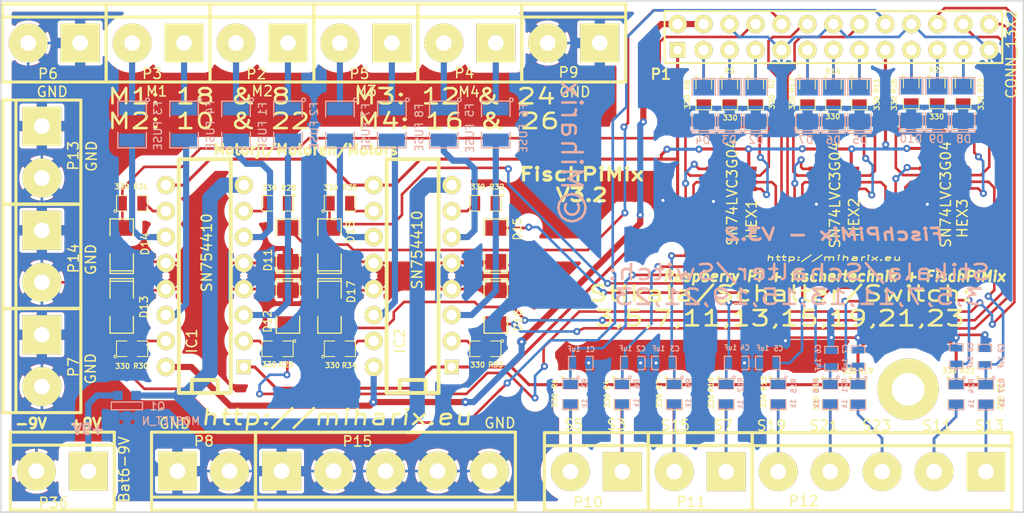
<source format=kicad_pcb>
(kicad_pcb (version 3) (host pcbnew "(2013-07-07 BZR 4022)-stable")
  (layers (15 F.Cu signal) (0 B.Cu signal) (18 B.Paste user hide) (19 F.Paste user hide) (20 B.SilkS user hide) (21 F.SilkS user) (22 B.Mask user hide) (23 F.Mask user) (28 Edge.Cuts user))
  (net 0 "")
  (net 1 +3.3V)
  (net 2 +5V)
  (net 3 +9V)
  (net 4 "/GPIO0(SDA)")
  (net 5 "/GPIO1(SCL)")
  (net 6 "/GPIO10(MOSI)")
  (net 7 "/GPIO11(SCLK)")
  (net 8 /GPIO17)
  (net 9 /GPIO18)
  (net 10 /GPIO21)
  (net 11 /GPIO22)
  (net 12 /GPIO23)
  (net 13 /GPIO24)
  (net 14 /GPIO25)
  (net 15 /GPIO4)
  (net 16 "/GPIO7(CE1)")
  (net 17 "/GPIO8(CE0)")
  (net 18 "/GPIO9(MISO)")
  (net 19 /RXD)
  (net 20 /TXD)
  (net 21 GND)
  (net 22 N-000001)
  (net 23 N-0000010)
  (net 24 N-0000011)
  (net 25 N-0000012)
  (net 26 N-0000013)
  (net 27 N-0000014)
  (net 28 N-0000015)
  (net 29 N-0000016)
  (net 30 N-0000017)
  (net 31 N-0000018)
  (net 32 N-0000019)
  (net 33 N-000002)
  (net 34 N-0000020)
  (net 35 N-0000021)
  (net 36 N-0000022)
  (net 37 N-0000023)
  (net 38 N-0000024)
  (net 39 N-0000025)
  (net 40 N-0000026)
  (net 41 N-0000027)
  (net 42 N-0000028)
  (net 43 N-0000029)
  (net 44 N-000003)
  (net 45 N-0000030)
  (net 46 N-0000031)
  (net 47 N-0000034)
  (net 48 N-0000035)
  (net 49 N-0000036)
  (net 50 N-0000037)
  (net 51 N-0000038)
  (net 52 N-0000039)
  (net 53 N-000004)
  (net 54 N-0000040)
  (net 55 N-0000041)
  (net 56 N-0000042)
  (net 57 N-0000043)
  (net 58 N-0000044)
  (net 59 N-0000045)
  (net 60 N-0000046)
  (net 61 N-0000047)
  (net 62 N-0000048)
  (net 63 N-0000049)
  (net 64 N-000005)
  (net 65 N-0000050)
  (net 66 N-0000052)
  (net 67 N-000006)
  (net 68 N-0000069)
  (net 69 N-000007)
  (net 70 N-0000070)
  (net 71 N-0000073)
  (net 72 N-000008)
  (net 73 N-000009)
  (module SOT23GDS (layer B.Cu) (at 75.104 104.676 180)
    (fp_text reference Q1 (at -2.986 -0.044 180) (layer B.SilkS) (effects (font (size 0.762 0.762) (thickness 0.12954)) (justify mirror)))
    (fp_text value MOSFET_N (at -4.306 -1.484 180) (layer B.SilkS) (effects (font (size 0.762 0.762) (thickness 0.12954)) (justify mirror)))
    (pad S smd rect (at -0.889 1.016 180) (size 0.9144 0.9144) (layers B.Cu B.Paste B.Mask) (net 3 +9V))
    (pad D smd rect (at 0.889 1.016 180) (size 0.9144 0.9144) (layers B.Cu B.Paste B.Mask) (net 71 N-0000073))
    (pad G smd rect (at 0 -1.016 180) (size 0.9144 0.9144) (layers B.Cu B.Paste B.Mask) (net 21 GND))
  )
  (module pin_array_13x2 (layer F.Cu) (at 144.192 68.608)
    (fp_text reference P1 (at -16.882 3.632) (layer F.SilkS) (effects (font (size 1.016 1.016) (thickness 0.2032))))
    (fp_text value CONN_13X2 (at 17.388 1.682 90) (layer F.SilkS))
    (pad 1 thru_hole rect (at -15.24 1.27) (size 1.524 1.524) (drill 0.8128) (layers *.Cu *.Mask F.SilkS) (net 1 +3.3V))
    (pad 2 thru_hole circle (at -15.24 -1.27) (size 1.8 1.8) (drill 1.016) (layers *.Cu *.Mask F.SilkS) (net 2 +5V))
    (pad 3 thru_hole circle (at -12.7 1.27) (size 1.8 1.8) (drill 1.016) (layers *.Cu *.Mask F.SilkS) (net 4 "/GPIO0(SDA)"))
    (pad 4 thru_hole circle (at -12.7 -1.27) (size 1.8 1.8) (drill 1.016) (layers *.Cu *.Mask F.SilkS) (net 2 +5V))
    (pad 5 thru_hole circle (at -10.16 1.27) (size 1.8 1.8) (drill 1.016) (layers *.Cu *.Mask F.SilkS) (net 5 "/GPIO1(SCL)"))
    (pad 6 thru_hole circle (at -10.16 -1.27) (size 1.8 1.8) (drill 1.016) (layers *.Cu *.Mask F.SilkS) (net 21 GND))
    (pad 7 thru_hole circle (at -7.62 1.27) (size 1.8 1.8) (drill 1.016) (layers *.Cu *.Mask F.SilkS) (net 15 /GPIO4))
    (pad 8 thru_hole circle (at -7.62 -1.27) (size 1.8 1.8) (drill 1.016) (layers *.Cu *.Mask F.SilkS) (net 20 /TXD))
    (pad 9 thru_hole circle (at -5.08 1.27) (size 1.8 1.8) (drill 1.016) (layers *.Cu *.Mask F.SilkS) (net 21 GND))
    (pad 10 thru_hole circle (at -5.08 -1.27) (size 1.8 1.8) (drill 1.016) (layers *.Cu *.Mask F.SilkS) (net 19 /RXD))
    (pad 11 thru_hole circle (at -2.54 1.27) (size 1.8 1.8) (drill 1.016) (layers *.Cu *.Mask F.SilkS) (net 8 /GPIO17))
    (pad 12 thru_hole circle (at -2.54 -1.27) (size 1.8 1.8) (drill 1.016) (layers *.Cu *.Mask F.SilkS) (net 9 /GPIO18))
    (pad 13 thru_hole circle (at 0 1.27) (size 1.8 1.8) (drill 1.016) (layers *.Cu *.Mask F.SilkS) (net 10 /GPIO21))
    (pad 14 thru_hole circle (at 0 -1.27) (size 1.8 1.8) (drill 1.016) (layers *.Cu *.Mask F.SilkS) (net 21 GND))
    (pad 15 thru_hole circle (at 2.54 1.27) (size 1.8 1.8) (drill 1.016) (layers *.Cu *.Mask F.SilkS) (net 11 /GPIO22))
    (pad 16 thru_hole circle (at 2.54 -1.27) (size 1.8 1.8) (drill 1.016) (layers *.Cu *.Mask F.SilkS) (net 12 /GPIO23))
    (pad 17 thru_hole circle (at 5.08 1.27) (size 1.8 1.8) (drill 1.016) (layers *.Cu *.Mask F.SilkS) (net 1 +3.3V))
    (pad 18 thru_hole circle (at 5.08 -1.27) (size 1.8 1.8) (drill 1.016) (layers *.Cu *.Mask F.SilkS) (net 13 /GPIO24))
    (pad 19 thru_hole circle (at 7.62 1.27) (size 1.8 1.8) (drill 1.016) (layers *.Cu *.Mask F.SilkS) (net 6 "/GPIO10(MOSI)"))
    (pad 20 thru_hole circle (at 7.62 -1.27) (size 1.8 1.8) (drill 1.016) (layers *.Cu *.Mask F.SilkS) (net 21 GND))
    (pad 21 thru_hole circle (at 10.16 1.27) (size 1.8 1.8) (drill 1.016) (layers *.Cu *.Mask F.SilkS) (net 18 "/GPIO9(MISO)"))
    (pad 22 thru_hole circle (at 10.16 -1.27) (size 1.8 1.8) (drill 1.016) (layers *.Cu *.Mask F.SilkS) (net 14 /GPIO25))
    (pad 23 thru_hole circle (at 12.7 1.27) (size 1.8 1.8) (drill 1.016) (layers *.Cu *.Mask F.SilkS) (net 7 "/GPIO11(SCLK)"))
    (pad 24 thru_hole circle (at 12.7 -1.27) (size 1.8 1.8) (drill 1.016) (layers *.Cu *.Mask F.SilkS) (net 17 "/GPIO8(CE0)"))
    (pad 25 thru_hole circle (at 15.24 1.27) (size 1.8 1.8) (drill 1.016) (layers *.Cu *.Mask F.SilkS) (net 21 GND))
    (pad 26 thru_hole circle (at 15.24 -1.27) (size 1.8 1.8) (drill 1.016) (layers *.Cu *.Mask F.SilkS) (net 16 "/GPIO7(CE1)"))
  )
  (module DIP-16__300 (layer F.Cu) (at 82.724 91.976 90)
    (fp_text reference IC1 (at -6.35 -1.27 90) (layer F.SilkS))
    (fp_text value SN754410 (at 2.286 0.186 90) (layer F.SilkS))
    (pad 1 thru_hole rect (at -8.89 3.81 90) (size 1.397 1.397) (drill 0.8128) (layers *.Cu *.Mask F.SilkS) (net 1 +3.3V))
    (pad 2 thru_hole circle (at -6.35 3.81 90) (size 1.8 1.8) (drill 1.016) (layers *.Cu *.Mask F.SilkS) (net 39 N-0000025))
    (pad 3 thru_hole circle (at -3.81 3.81 90) (size 1.8 1.8) (drill 1.016) (layers *.Cu *.Mask F.SilkS) (net 42 N-0000028))
    (pad 4 thru_hole circle (at -1.27 3.81 90) (size 1.8 1.8) (drill 1.016) (layers *.Cu *.Mask F.SilkS) (net 21 GND))
    (pad 5 thru_hole circle (at 1.27 3.81 90) (size 1.8 1.8) (drill 1.016) (layers *.Cu *.Mask F.SilkS) (net 21 GND))
    (pad 6 thru_hole circle (at 3.81 3.81 90) (size 1.8 1.8) (drill 1.016) (layers *.Cu *.Mask F.SilkS) (net 43 N-0000029))
    (pad 7 thru_hole circle (at 6.35 3.81 90) (size 1.8 1.8) (drill 1.016) (layers *.Cu *.Mask F.SilkS) (net 22 N-000001))
    (pad 8 thru_hole circle (at 8.89 3.81 90) (size 1.8 1.8) (drill 1.016) (layers *.Cu *.Mask F.SilkS) (net 3 +9V))
    (pad 9 thru_hole circle (at 8.89 -3.81 90) (size 1.8 1.8) (drill 1.016) (layers *.Cu *.Mask F.SilkS) (net 1 +3.3V))
    (pad 10 thru_hole circle (at 6.35 -3.81 90) (size 1.8 1.8) (drill 1.016) (layers *.Cu *.Mask F.SilkS) (net 33 N-000002))
    (pad 11 thru_hole circle (at 3.81 -3.81 90) (size 1.8 1.8) (drill 1.016) (layers *.Cu *.Mask F.SilkS) (net 41 N-0000027))
    (pad 12 thru_hole circle (at 1.27 -3.81 90) (size 1.8 1.8) (drill 1.016) (layers *.Cu *.Mask F.SilkS) (net 21 GND))
    (pad 13 thru_hole circle (at -1.27 -3.81 90) (size 1.8 1.8) (drill 1.016) (layers *.Cu *.Mask F.SilkS) (net 21 GND))
    (pad 14 thru_hole circle (at -3.81 -3.81 90) (size 1.8 1.8) (drill 1.016) (layers *.Cu *.Mask F.SilkS) (net 40 N-0000026))
    (pad 15 thru_hole circle (at -6.35 -3.81 90) (size 1.8 1.8) (drill 1.016) (layers *.Cu *.Mask F.SilkS) (net 38 N-0000024))
    (pad 16 thru_hole circle (at -8.89 -3.81 90) (size 1.8 1.8) (drill 1.016) (layers *.Cu *.Mask F.SilkS) (net 2 +5V))
  )
  (module DIP-16__300 (layer F.Cu) (at 103.044 91.976 90)
    (fp_text reference IC2 (at -6.35 -1.27 90) (layer F.SilkS))
    (fp_text value SN754410 (at 2.556 0.436 90) (layer F.SilkS))
    (pad 1 thru_hole rect (at -8.89 3.81 90) (size 1.397 1.397) (drill 0.8128) (layers *.Cu *.Mask F.SilkS) (net 1 +3.3V))
    (pad 2 thru_hole circle (at -6.35 3.81 90) (size 1.8 1.8) (drill 1.016) (layers *.Cu *.Mask F.SilkS) (net 37 N-0000023))
    (pad 3 thru_hole circle (at -3.81 3.81 90) (size 1.8 1.8) (drill 1.016) (layers *.Cu *.Mask F.SilkS) (net 23 N-0000010))
    (pad 4 thru_hole circle (at -1.27 3.81 90) (size 1.8 1.8) (drill 1.016) (layers *.Cu *.Mask F.SilkS) (net 21 GND))
    (pad 5 thru_hole circle (at 1.27 3.81 90) (size 1.8 1.8) (drill 1.016) (layers *.Cu *.Mask F.SilkS) (net 21 GND))
    (pad 6 thru_hole circle (at 3.81 3.81 90) (size 1.8 1.8) (drill 1.016) (layers *.Cu *.Mask F.SilkS) (net 32 N-0000019))
    (pad 7 thru_hole circle (at 6.35 3.81 90) (size 1.8 1.8) (drill 1.016) (layers *.Cu *.Mask F.SilkS) (net 36 N-0000022))
    (pad 8 thru_hole circle (at 8.89 3.81 90) (size 1.8 1.8) (drill 1.016) (layers *.Cu *.Mask F.SilkS) (net 3 +9V))
    (pad 9 thru_hole circle (at 8.89 -3.81 90) (size 1.8 1.8) (drill 1.016) (layers *.Cu *.Mask F.SilkS) (net 1 +3.3V))
    (pad 10 thru_hole circle (at 6.35 -3.81 90) (size 1.8 1.8) (drill 1.016) (layers *.Cu *.Mask F.SilkS) (net 34 N-0000020))
    (pad 11 thru_hole circle (at 3.81 -3.81 90) (size 1.8 1.8) (drill 1.016) (layers *.Cu *.Mask F.SilkS) (net 30 N-0000017))
    (pad 12 thru_hole circle (at 1.27 -3.81 90) (size 1.8 1.8) (drill 1.016) (layers *.Cu *.Mask F.SilkS) (net 21 GND))
    (pad 13 thru_hole circle (at -1.27 -3.81 90) (size 1.8 1.8) (drill 1.016) (layers *.Cu *.Mask F.SilkS) (net 21 GND))
    (pad 14 thru_hole circle (at -3.81 -3.81 90) (size 1.8 1.8) (drill 1.016) (layers *.Cu *.Mask F.SilkS) (net 29 N-0000016))
    (pad 15 thru_hole circle (at -6.35 -3.81 90) (size 1.8 1.8) (drill 1.016) (layers *.Cu *.Mask F.SilkS) (net 35 N-0000021))
    (pad 16 thru_hole circle (at -8.89 -3.81 90) (size 1.8 1.8) (drill 1.016) (layers *.Cu *.Mask F.SilkS) (net 2 +5V))
  )
  (module SM0603_Capa (layer B.Cu) (at 127.612 100.472 180)
    (fp_text reference C3 (at -1.078 1.382 180) (layer B.SilkS) (effects (font (size 0.508 0.4572) (thickness 0.1143)) (justify mirror)))
    (fp_text value 1uF (at 0.532 1.412 180) (layer B.SilkS) (effects (font (size 0.508 0.4572) (thickness 0.1143)) (justify mirror)))
    (pad 1 smd rect (at -0.762 0 180) (size 0.635 1.143) (layers B.Cu B.Paste B.Mask) (net 60 N-0000046))
    (pad 2 smd rect (at 0.762 0 180) (size 0.635 1.143) (layers B.Cu B.Paste B.Mask) (net 21 GND))
  )
  (module SM0603_Capa (layer B.Cu) (at 146.6 100 90)
    (fp_text reference C7 (at 0.91 -1.24 90) (layer B.SilkS) (effects (font (size 0.508 0.4572) (thickness 0.1143)) (justify mirror)))
    (fp_text value 1uF (at -0.64 -1.27 90) (layer B.SilkS) (effects (font (size 0.508 0.4572) (thickness 0.1143)) (justify mirror)))
    (pad 1 smd rect (at -0.762 0 90) (size 0.635 1.143) (layers B.Cu B.Paste B.Mask) (net 53 N-000004))
    (pad 2 smd rect (at 0.762 0 90) (size 0.635 1.143) (layers B.Cu B.Paste B.Mask) (net 21 GND))
  )
  (module SM0603_Capa (layer B.Cu) (at 119.484 100.472)
    (fp_text reference C1 (at 0.916 -1.332) (layer B.SilkS) (effects (font (size 0.508 0.4572) (thickness 0.1143)) (justify mirror)))
    (fp_text value 1uF (at -0.674 -1.362) (layer B.SilkS) (effects (font (size 0.508 0.4572) (thickness 0.1143)) (justify mirror)))
    (pad 1 smd rect (at -0.762 0) (size 0.635 1.143) (layers B.Cu B.Paste B.Mask) (net 57 N-0000043))
    (pad 2 smd rect (at 0.762 0) (size 0.635 1.143) (layers B.Cu B.Paste B.Mask) (net 21 GND))
  )
  (module SM0603_Capa (layer B.Cu) (at 143.99 100.05 90)
    (fp_text reference C6 (at 0.95 -1.3 90) (layer B.SilkS) (effects (font (size 0.508 0.4572) (thickness 0.1143)) (justify mirror)))
    (fp_text value 1uF (at -0.61 -1.31 90) (layer B.SilkS) (effects (font (size 0.508 0.4572) (thickness 0.1143)) (justify mirror)))
    (pad 1 smd rect (at -0.762 0 90) (size 0.635 1.143) (layers B.Cu B.Paste B.Mask) (net 44 N-000003))
    (pad 2 smd rect (at 0.762 0 90) (size 0.635 1.143) (layers B.Cu B.Paste B.Mask) (net 21 GND))
  )
  (module SM0603_Capa (layer B.Cu) (at 124.564 100.472)
    (fp_text reference C2 (at 0.796 -1.392) (layer B.SilkS) (effects (font (size 0.508 0.4572) (thickness 0.1143)) (justify mirror)))
    (fp_text value 1uF (at -0.704 -1.422) (layer B.SilkS) (effects (font (size 0.508 0.4572) (thickness 0.1143)) (justify mirror)))
    (pad 1 smd rect (at -0.762 0) (size 0.635 1.143) (layers B.Cu B.Paste B.Mask) (net 58 N-0000044))
    (pad 2 smd rect (at 0.762 0) (size 0.635 1.143) (layers B.Cu B.Paste B.Mask) (net 21 GND))
  )
  (module SM0603_Capa (layer B.Cu) (at 137.772 100.472 180)
    (fp_text reference C5 (at -1.038 1.412 180) (layer B.SilkS) (effects (font (size 0.508 0.4572) (thickness 0.1143)) (justify mirror)))
    (fp_text value 1uF (at 0.502 1.452 180) (layer B.SilkS) (effects (font (size 0.508 0.4572) (thickness 0.1143)) (justify mirror)))
    (pad 1 smd rect (at -0.762 0 180) (size 0.635 1.143) (layers B.Cu B.Paste B.Mask) (net 59 N-0000045))
    (pad 2 smd rect (at 0.762 0 180) (size 0.635 1.143) (layers B.Cu B.Paste B.Mask) (net 21 GND))
  )
  (module SM0603_Capa (layer B.Cu) (at 156.2 99.8 90)
    (fp_text reference C8 (at 0.86 1.39 90) (layer B.SilkS) (effects (font (size 0.508 0.4572) (thickness 0.1143)) (justify mirror)))
    (fp_text value 1uF (at -0.65 1.35 90) (layer B.SilkS) (effects (font (size 0.508 0.4572) (thickness 0.1143)) (justify mirror)))
    (pad 1 smd rect (at -0.762 0 90) (size 0.635 1.143) (layers B.Cu B.Paste B.Mask) (net 72 N-000008))
    (pad 2 smd rect (at 0.762 0 90) (size 0.635 1.143) (layers B.Cu B.Paste B.Mask) (net 21 GND))
  )
  (module SM0603_Capa (layer B.Cu) (at 158.99 99.85 90)
    (fp_text reference C9 (at 0.84 1.58 90) (layer B.SilkS) (effects (font (size 0.508 0.4572) (thickness 0.1143)) (justify mirror)))
    (fp_text value 1uF (at -0.57 1.6 90) (layer B.SilkS) (effects (font (size 0.508 0.4572) (thickness 0.1143)) (justify mirror)))
    (pad 1 smd rect (at -0.762 0 90) (size 0.635 1.143) (layers B.Cu B.Paste B.Mask) (net 73 N-000009))
    (pad 2 smd rect (at 0.762 0 90) (size 0.635 1.143) (layers B.Cu B.Paste B.Mask) (net 21 GND))
  )
  (module SM0603_Capa (layer B.Cu) (at 134.724 100.472)
    (fp_text reference C4 (at 0.806 -1.492) (layer B.SilkS) (effects (font (size 0.508 0.4572) (thickness 0.1143)) (justify mirror)))
    (fp_text value 1uF (at -0.604 -1.502) (layer B.SilkS) (effects (font (size 0.508 0.4572) (thickness 0.1143)) (justify mirror)))
    (pad 1 smd rect (at -0.762 0) (size 0.635 1.143) (layers B.Cu B.Paste B.Mask) (net 61 N-0000047))
    (pad 2 smd rect (at 0.762 0) (size 0.635 1.143) (layers B.Cu B.Paste B.Mask) (net 21 GND))
  )
  (module SM1210 (layer B.Cu) (at 106.092 77.158 270)
    (fp_text reference F5 (at -1.398 -2.528 270) (layer B.SilkS) (effects (font (size 0.762 0.762) (thickness 0.127)) (justify mirror)))
    (fp_text value FUSE (at 1.342 -2.558 270) (layer B.SilkS) (effects (font (size 0.762 0.762) (thickness 0.127)) (justify mirror)))
    (pad 1 smd rect (at -1.524 0 270) (size 1.27 2.54) (layers B.Cu B.Paste B.Mask) (net 45 N-0000030))
    (pad 2 smd rect (at 1.524 0 270) (size 1.27 2.54) (layers B.Cu B.Paste B.Mask) (net 32 N-0000019))
  )
  (module SM1210 (layer B.Cu) (at 111.172 77.158 270)
    (fp_text reference F6 (at -1.358 -2.728 270) (layer B.SilkS) (effects (font (size 0.762 0.762) (thickness 0.127)) (justify mirror)))
    (fp_text value FUSE (at 1.362 -2.678 270) (layer B.SilkS) (effects (font (size 0.762 0.762) (thickness 0.127)) (justify mirror)))
    (pad 1 smd rect (at -1.524 0 270) (size 1.27 2.54) (layers B.Cu B.Paste B.Mask) (net 46 N-0000031))
    (pad 2 smd rect (at 1.524 0 270) (size 1.27 2.54) (layers B.Cu B.Paste B.Mask) (net 23 N-0000010))
  )
  (module SM1210 (layer B.Cu) (at 85.772 77.158 270)
    (fp_text reference F1 (at -1.508 -2.608 270) (layer B.SilkS) (effects (font (size 0.762 0.762) (thickness 0.127)) (justify mirror)))
    (fp_text value FUSE (at 1.072 -2.598 270) (layer B.SilkS) (effects (font (size 0.762 0.762) (thickness 0.127)) (justify mirror)))
    (pad 1 smd rect (at -1.524 0 270) (size 1.27 2.54) (layers B.Cu B.Paste B.Mask) (net 28 N-0000015))
    (pad 2 smd rect (at 1.524 0 270) (size 1.27 2.54) (layers B.Cu B.Paste B.Mask) (net 43 N-0000029))
  )
  (module SM1210 (layer B.Cu) (at 101.012 77.158 270)
    (fp_text reference F8 (at -1.358 -2.668 270) (layer B.SilkS) (effects (font (size 0.762 0.762) (thickness 0.127)) (justify mirror)))
    (fp_text value FUSE (at 1.212 -2.668 270) (layer B.SilkS) (effects (font (size 0.762 0.762) (thickness 0.127)) (justify mirror)))
    (pad 1 smd rect (at -1.524 0 270) (size 1.27 2.54) (layers B.Cu B.Paste B.Mask) (net 31 N-0000018))
    (pad 2 smd rect (at 1.524 0 270) (size 1.27 2.54) (layers B.Cu B.Paste B.Mask) (net 29 N-0000016))
  )
  (module SM1210 (layer B.Cu) (at 95.932 77.158 270)
    (fp_text reference F7 (at -1.398 -2.538 270) (layer B.SilkS) (effects (font (size 0.762 0.762) (thickness 0.127)) (justify mirror)))
    (fp_text value FUSE (at 1.162 -2.548 270) (layer B.SilkS) (effects (font (size 0.762 0.762) (thickness 0.127)) (justify mirror)))
    (pad 1 smd rect (at -1.524 0 270) (size 1.27 2.54) (layers B.Cu B.Paste B.Mask) (net 24 N-0000011))
    (pad 2 smd rect (at 1.524 0 270) (size 1.27 2.54) (layers B.Cu B.Paste B.Mask) (net 30 N-0000017))
  )
  (module SM1210 (layer B.Cu) (at 75.612 77.158 270)
    (fp_text reference F3 (at -1.588 -2.528 270) (layer B.SilkS) (effects (font (size 0.762 0.762) (thickness 0.127)) (justify mirror)))
    (fp_text value FUSE (at 1.092 -2.518 270) (layer B.SilkS) (effects (font (size 0.762 0.762) (thickness 0.127)) (justify mirror)))
    (pad 1 smd rect (at -1.524 0 270) (size 1.27 2.54) (layers B.Cu B.Paste B.Mask) (net 25 N-0000012))
    (pad 2 smd rect (at 1.524 0 270) (size 1.27 2.54) (layers B.Cu B.Paste B.Mask) (net 41 N-0000027))
  )
  (module SM1210 (layer B.Cu) (at 90.852 77.158 270)
    (fp_text reference F2 (at -1.508 -2.548 270) (layer B.SilkS) (effects (font (size 0.762 0.762) (thickness 0.127)) (justify mirror)))
    (fp_text value FUSE (at 1.052 -2.568 270) (layer B.SilkS) (effects (font (size 0.762 0.762) (thickness 0.127)) (justify mirror)))
    (pad 1 smd rect (at -1.524 0 270) (size 1.27 2.54) (layers B.Cu B.Paste B.Mask) (net 27 N-0000014))
    (pad 2 smd rect (at 1.524 0 270) (size 1.27 2.54) (layers B.Cu B.Paste B.Mask) (net 42 N-0000028))
  )
  (module SM1210 (layer B.Cu) (at 80.692 77.158 270)
    (fp_text reference F4 (at -1.668 -2.568 270) (layer B.SilkS) (effects (font (size 0.762 0.762) (thickness 0.127)) (justify mirror)))
    (fp_text value FUSE (at 1.052 -2.588 270) (layer B.SilkS) (effects (font (size 0.762 0.762) (thickness 0.127)) (justify mirror)))
    (pad 1 smd rect (at -1.524 0 270) (size 1.27 2.54) (layers B.Cu B.Paste B.Mask) (net 26 N-0000013))
    (pad 2 smd rect (at 1.524 0 270) (size 1.27 2.54) (layers B.Cu B.Paste B.Mask) (net 40 N-0000026))
  )
  (module SM0805 (layer B.Cu) (at 156.19 103.55 270)
    (fp_text reference R24 (at -0.83 -1.48 270) (layer B.SilkS) (effects (font (size 0.50038 0.50038) (thickness 0.10922)) (justify mirror)))
    (fp_text value 1k (at 0.92 -1.48 270) (layer B.SilkS) (effects (font (size 0.50038 0.50038) (thickness 0.10922)) (justify mirror)))
    (pad 1 smd rect (at -0.9525 0 270) (size 0.889 1.397) (layers B.Cu B.Paste B.Mask) (net 72 N-000008))
    (pad 2 smd rect (at 0.9525 0 270) (size 0.889 1.397) (layers B.Cu B.Paste B.Mask) (net 65 N-0000050))
  )
  (module SM0805 (layer B.Cu) (at 159.09 103.55 270)
    (fp_text reference R27 (at -0.87 -1.58 270) (layer B.SilkS) (effects (font (size 0.50038 0.50038) (thickness 0.10922)) (justify mirror)))
    (fp_text value 1k (at 0.82 -1.56 270) (layer B.SilkS) (effects (font (size 0.50038 0.50038) (thickness 0.10922)) (justify mirror)))
    (pad 1 smd rect (at -0.9525 0 270) (size 0.889 1.397) (layers B.Cu B.Paste B.Mask) (net 73 N-000009))
    (pad 2 smd rect (at 0.9525 0 270) (size 0.889 1.397) (layers B.Cu B.Paste B.Mask) (net 66 N-0000052))
  )
  (module SM0805 (layer F.Cu) (at 131.512 74.196 270)
    (fp_text reference R8 (at -0.926 1.592 270) (layer F.SilkS) (effects (font (size 0.50038 0.50038) (thickness 0.10922))))
    (fp_text value 330 (at 0.744 1.592 270) (layer F.SilkS) (effects (font (size 0.50038 0.50038) (thickness 0.10922))))
    (pad 1 smd rect (at -0.9525 0 270) (size 0.889 1.397) (layers F.Cu F.Paste F.Mask) (net 4 "/GPIO0(SDA)"))
    (pad 2 smd rect (at 0.9525 0 270) (size 0.889 1.397) (layers F.Cu F.Paste F.Mask) (net 47 N-0000034))
  )
  (module SM0805 (layer B.Cu) (at 133.708 103.52 270)
    (fp_text reference R12 (at -0.91 -1.402 270) (layer B.SilkS) (effects (font (size 0.50038 0.50038) (thickness 0.10922)) (justify mirror)))
    (fp_text value 1k (at 1.01 -1.372 270) (layer B.SilkS) (effects (font (size 0.50038 0.50038) (thickness 0.10922)) (justify mirror)))
    (pad 1 smd rect (at -0.9525 0 270) (size 0.889 1.397) (layers B.Cu B.Paste B.Mask) (net 61 N-0000047))
    (pad 2 smd rect (at 0.9525 0 270) (size 0.889 1.397) (layers B.Cu B.Paste B.Mask) (net 70 N-0000070))
  )
  (module SM0805 (layer F.Cu) (at 154.332 74.096 270)
    (fp_text reference R23 (at -2.286 0.082 360) (layer F.SilkS) (effects (font (size 0.50038 0.50038) (thickness 0.10922))))
    (fp_text value 330 (at 2.304 0.052 360) (layer F.SilkS) (effects (font (size 0.50038 0.50038) (thickness 0.10922))))
    (pad 1 smd rect (at -0.9525 0 270) (size 0.889 1.397) (layers F.Cu F.Paste F.Mask) (net 18 "/GPIO9(MISO)"))
    (pad 2 smd rect (at 0.9525 0 270) (size 0.889 1.397) (layers F.Cu F.Paste F.Mask) (net 50 N-0000037))
  )
  (module SM0805 (layer F.Cu) (at 95.932 84.864)
    (fp_text reference R35 (at 0.968 -1.524) (layer F.SilkS) (effects (font (size 0.50038 0.50038) (thickness 0.10922))))
    (fp_text value 330 (at -0.892 -1.524) (layer F.SilkS) (effects (font (size 0.50038 0.50038) (thickness 0.10922))))
    (pad 1 smd rect (at -0.9525 0) (size 0.889 1.397) (layers F.Cu F.Paste F.Mask) (net 9 /GPIO18))
    (pad 2 smd rect (at 0.9525 0) (size 0.889 1.397) (layers F.Cu F.Paste F.Mask) (net 34 N-0000020))
  )
  (module SM0805 (layer F.Cu) (at 146.732 74.196 270)
    (fp_text reference R11 (at -0.846 -1.678 270) (layer F.SilkS) (effects (font (size 0.50038 0.50038) (thickness 0.10922))))
    (fp_text value 330 (at 0.884 -1.698 270) (layer F.SilkS) (effects (font (size 0.50038 0.50038) (thickness 0.10922))))
    (pad 1 smd rect (at -0.9525 0 270) (size 0.889 1.397) (layers F.Cu F.Paste F.Mask) (net 11 /GPIO22))
    (pad 2 smd rect (at 0.9525 0 270) (size 0.889 1.397) (layers F.Cu F.Paste F.Mask) (net 54 N-0000040))
  )
  (module SM0805 (layer F.Cu) (at 110.156 99.088 180)
    (fp_text reference R33 (at -1.004 -1.552 180) (layer F.SilkS) (effects (font (size 0.50038 0.50038) (thickness 0.10922))))
    (fp_text value 330 (at 0.756 -1.572 180) (layer F.SilkS) (effects (font (size 0.50038 0.50038) (thickness 0.10922))))
    (pad 1 smd rect (at -0.9525 0 180) (size 0.889 1.397) (layers F.Cu F.Paste F.Mask) (net 16 "/GPIO7(CE1)"))
    (pad 2 smd rect (at 0.9525 0 180) (size 0.889 1.397) (layers F.Cu F.Paste F.Mask) (net 37 N-0000023))
  )
  (module SM0805 (layer B.Cu) (at 138.788 103.52 270)
    (fp_text reference R15 (at -0.81 -1.512 270) (layer B.SilkS) (effects (font (size 0.50038 0.50038) (thickness 0.10922)) (justify mirror)))
    (fp_text value 1k (at 0.94 -1.462 270) (layer B.SilkS) (effects (font (size 0.50038 0.50038) (thickness 0.10922)) (justify mirror)))
    (pad 1 smd rect (at -0.9525 0 270) (size 0.889 1.397) (layers B.Cu B.Paste B.Mask) (net 59 N-0000045))
    (pad 2 smd rect (at 0.9525 0 270) (size 0.889 1.397) (layers B.Cu B.Paste B.Mask) (net 69 N-000007))
  )
  (module SM0805 (layer F.Cu) (at 144.192 74.196 270)
    (fp_text reference R14 (at -2.216 0.042 360) (layer F.SilkS) (effects (font (size 0.50038 0.50038) (thickness 0.10922))))
    (fp_text value 330 (at 2.184 0.072 360) (layer F.SilkS) (effects (font (size 0.50038 0.50038) (thickness 0.10922))))
    (pad 1 smd rect (at -0.9525 0 270) (size 0.889 1.397) (layers F.Cu F.Paste F.Mask) (net 10 /GPIO21))
    (pad 2 smd rect (at 0.9525 0 270) (size 0.889 1.397) (layers F.Cu F.Paste F.Mask) (net 67 N-000006))
  )
  (module SM0805 (layer F.Cu) (at 156.872 74.096 270)
    (fp_text reference R20 (at -0.736 -1.708 270) (layer F.SilkS) (effects (font (size 0.50038 0.50038) (thickness 0.10922))))
    (fp_text value 330 (at 0.954 -1.738 270) (layer F.SilkS) (effects (font (size 0.50038 0.50038) (thickness 0.10922))))
    (pad 1 smd rect (at -0.9525 0 270) (size 0.889 1.397) (layers F.Cu F.Paste F.Mask) (net 7 "/GPIO11(SCLK)"))
    (pad 2 smd rect (at 0.9525 0 270) (size 0.889 1.397) (layers F.Cu F.Paste F.Mask) (net 51 N-0000038))
  )
  (module SM0805 (layer B.Cu) (at 143.868 103.52 270)
    (fp_text reference R18 (at -0.81 1.368 270) (layer B.SilkS) (effects (font (size 0.50038 0.50038) (thickness 0.10922)) (justify mirror)))
    (fp_text value 1k (at 0.95 1.348 270) (layer B.SilkS) (effects (font (size 0.50038 0.50038) (thickness 0.10922)) (justify mirror)))
    (pad 1 smd rect (at -0.9525 0 270) (size 0.889 1.397) (layers B.Cu B.Paste B.Mask) (net 44 N-000003))
    (pad 2 smd rect (at 0.9525 0 270) (size 0.889 1.397) (layers B.Cu B.Paste B.Mask) (net 63 N-0000049))
  )
  (module SM0805 (layer F.Cu) (at 141.652 74.196 270)
    (fp_text reference R17 (at -0.896 1.502 270) (layer F.SilkS) (effects (font (size 0.50038 0.50038) (thickness 0.10922))))
    (fp_text value 330 (at 0.804 1.502 270) (layer F.SilkS) (effects (font (size 0.50038 0.50038) (thickness 0.10922))))
    (pad 1 smd rect (at -0.9525 0 270) (size 0.889 1.397) (layers F.Cu F.Paste F.Mask) (net 8 /GPIO17))
    (pad 2 smd rect (at 0.9525 0 270) (size 0.889 1.397) (layers F.Cu F.Paste F.Mask) (net 64 N-000005))
  )
  (module SM0805 (layer F.Cu) (at 95.932 99.088)
    (fp_text reference R34 (at 0.918 1.632) (layer F.SilkS) (effects (font (size 0.50038 0.50038) (thickness 0.10922))))
    (fp_text value 330 (at -0.732 1.622) (layer F.SilkS) (effects (font (size 0.50038 0.50038) (thickness 0.10922))))
    (pad 1 smd rect (at -0.9525 0) (size 0.889 1.397) (layers F.Cu F.Paste F.Mask) (net 17 "/GPIO8(CE0)"))
    (pad 2 smd rect (at 0.9525 0) (size 0.889 1.397) (layers F.Cu F.Paste F.Mask) (net 35 N-0000021))
  )
  (module SM0805 (layer B.Cu) (at 146.59 103.55 270)
    (fp_text reference R21 (at -0.87 1.31 270) (layer B.SilkS) (effects (font (size 0.50038 0.50038) (thickness 0.10922)) (justify mirror)))
    (fp_text value 1k (at 0.93 1.33 270) (layer B.SilkS) (effects (font (size 0.50038 0.50038) (thickness 0.10922)) (justify mirror)))
    (pad 1 smd rect (at -0.9525 0 270) (size 0.889 1.397) (layers B.Cu B.Paste B.Mask) (net 53 N-000004))
    (pad 2 smd rect (at 0.9525 0 270) (size 0.889 1.397) (layers B.Cu B.Paste B.Mask) (net 62 N-0000048))
  )
  (module SM0805 (layer F.Cu) (at 110.156 84.864 180)
    (fp_text reference R32 (at -1.114 1.604 180) (layer F.SilkS) (effects (font (size 0.50038 0.50038) (thickness 0.10922))))
    (fp_text value 330 (at 0.736 1.604 180) (layer F.SilkS) (effects (font (size 0.50038 0.50038) (thickness 0.10922))))
    (pad 1 smd rect (at -0.9525 0 180) (size 0.889 1.397) (layers F.Cu F.Paste F.Mask) (net 12 /GPIO23))
    (pad 2 smd rect (at 0.9525 0 180) (size 0.889 1.397) (layers F.Cu F.Paste F.Mask) (net 36 N-0000022))
  )
  (module SM0805 (layer F.Cu) (at 75.612 84.864)
    (fp_text reference R31 (at 0.838 -1.634) (layer F.SilkS) (effects (font (size 0.50038 0.50038) (thickness 0.10922))))
    (fp_text value 330 (at -1.012 -1.634) (layer F.SilkS) (effects (font (size 0.50038 0.50038) (thickness 0.10922))))
    (pad 1 smd rect (at -0.9525 0) (size 0.889 1.397) (layers F.Cu F.Paste F.Mask) (net 20 /TXD))
    (pad 2 smd rect (at 0.9525 0) (size 0.889 1.397) (layers F.Cu F.Paste F.Mask) (net 33 N-000002))
  )
  (module SM0805 (layer B.Cu) (at 118.468 103.52 270)
    (fp_text reference R3 (at -1.07 -1.412 270) (layer B.SilkS) (effects (font (size 0.50038 0.50038) (thickness 0.10922)) (justify mirror)))
    (fp_text value 1k (at 0.9 -1.382 270) (layer B.SilkS) (effects (font (size 0.50038 0.50038) (thickness 0.10922)) (justify mirror)))
    (pad 1 smd rect (at -0.9525 0 270) (size 0.889 1.397) (layers B.Cu B.Paste B.Mask) (net 57 N-0000043))
    (pad 2 smd rect (at 0.9525 0 270) (size 0.889 1.397) (layers B.Cu B.Paste B.Mask) (net 49 N-0000036))
  )
  (module SM0805 (layer F.Cu) (at 75.612 99.088)
    (fp_text reference R30 (at 0.848 1.682) (layer F.SilkS) (effects (font (size 0.50038 0.50038) (thickness 0.10922))))
    (fp_text value 330 (at -0.932 1.702) (layer F.SilkS) (effects (font (size 0.50038 0.50038) (thickness 0.10922))))
    (pad 1 smd rect (at -0.9525 0) (size 0.889 1.397) (layers F.Cu F.Paste F.Mask) (net 13 /GPIO24))
    (pad 2 smd rect (at 0.9525 0) (size 0.889 1.397) (layers F.Cu F.Paste F.Mask) (net 38 N-0000024))
  )
  (module SM0805 (layer F.Cu) (at 136.592 74.196 270)
    (fp_text reference R2 (at -1.016 -1.548 270) (layer F.SilkS) (effects (font (size 0.50038 0.50038) (thickness 0.10922))))
    (fp_text value 330 (at 0.754 -1.588 270) (layer F.SilkS) (effects (font (size 0.50038 0.50038) (thickness 0.10922))))
    (pad 1 smd rect (at -0.9525 0 270) (size 0.889 1.397) (layers F.Cu F.Paste F.Mask) (net 15 /GPIO4))
    (pad 2 smd rect (at 0.9525 0 270) (size 0.889 1.397) (layers F.Cu F.Paste F.Mask) (net 56 N-0000042))
  )
  (module SM0805 (layer F.Cu) (at 89.836 99.088 180)
    (fp_text reference R29 (at -0.824 -1.542 180) (layer F.SilkS) (effects (font (size 0.50038 0.50038) (thickness 0.10922))))
    (fp_text value 330 (at 0.816 -1.522 180) (layer F.SilkS) (effects (font (size 0.50038 0.50038) (thickness 0.10922))))
    (pad 1 smd rect (at -0.9525 0 180) (size 0.889 1.397) (layers F.Cu F.Paste F.Mask) (net 14 /GPIO25))
    (pad 2 smd rect (at 0.9525 0 180) (size 0.889 1.397) (layers F.Cu F.Paste F.Mask) (net 39 N-0000025))
  )
  (module SM0805 (layer B.Cu) (at 123.548 103.52 270)
    (fp_text reference R6 (at -1 -1.392 270) (layer B.SilkS) (effects (font (size 0.50038 0.50038) (thickness 0.10922)) (justify mirror)))
    (fp_text value 1k (at 0.86 -1.382 270) (layer B.SilkS) (effects (font (size 0.50038 0.50038) (thickness 0.10922)) (justify mirror)))
    (pad 1 smd rect (at -0.9525 0 270) (size 0.889 1.397) (layers B.Cu B.Paste B.Mask) (net 58 N-0000044))
    (pad 2 smd rect (at 0.9525 0 270) (size 0.889 1.397) (layers B.Cu B.Paste B.Mask) (net 68 N-0000069))
  )
  (module SM0805 (layer F.Cu) (at 89.836 84.864 180)
    (fp_text reference R28 (at -1.084 1.504 180) (layer F.SilkS) (effects (font (size 0.50038 0.50038) (thickness 0.10922))))
    (fp_text value 330 (at 0.796 1.504 180) (layer F.SilkS) (effects (font (size 0.50038 0.50038) (thickness 0.10922))))
    (pad 1 smd rect (at -0.9525 0 180) (size 0.889 1.397) (layers F.Cu F.Paste F.Mask) (net 19 /RXD))
    (pad 2 smd rect (at 0.9525 0 180) (size 0.889 1.397) (layers F.Cu F.Paste F.Mask) (net 22 N-000001))
  )
  (module SM0805 (layer F.Cu) (at 134.052 74.196 270)
    (fp_text reference R5 (at -2.286 0.042 360) (layer F.SilkS) (effects (font (size 0.50038 0.50038) (thickness 0.10922))))
    (fp_text value 330 (at 2.304 -0.038 360) (layer F.SilkS) (effects (font (size 0.50038 0.50038) (thickness 0.10922))))
    (pad 1 smd rect (at -0.9525 0 270) (size 0.889 1.397) (layers F.Cu F.Paste F.Mask) (net 5 "/GPIO1(SCL)"))
    (pad 2 smd rect (at 0.9525 0 270) (size 0.889 1.397) (layers F.Cu F.Paste F.Mask) (net 55 N-0000041))
  )
  (module SM0805 (layer B.Cu) (at 128.628 103.52 270)
    (fp_text reference R9 (at -1.08 -1.402 270) (layer B.SilkS) (effects (font (size 0.50038 0.50038) (thickness 0.10922)) (justify mirror)))
    (fp_text value 1k (at 0.87 -1.362 270) (layer B.SilkS) (effects (font (size 0.50038 0.50038) (thickness 0.10922)) (justify mirror)))
    (pad 1 smd rect (at -0.9525 0 270) (size 0.889 1.397) (layers B.Cu B.Paste B.Mask) (net 60 N-0000046))
    (pad 2 smd rect (at 0.9525 0 270) (size 0.889 1.397) (layers B.Cu B.Paste B.Mask) (net 48 N-0000035))
  )
  (module SM0805 (layer F.Cu) (at 151.792 74.096 270)
    (fp_text reference R26 (at -0.706 1.692 270) (layer F.SilkS) (effects (font (size 0.50038 0.50038) (thickness 0.10922))))
    (fp_text value 330 (at 0.974 1.662 270) (layer F.SilkS) (effects (font (size 0.50038 0.50038) (thickness 0.10922))))
    (pad 1 smd rect (at -0.9525 0 270) (size 0.889 1.397) (layers F.Cu F.Paste F.Mask) (net 6 "/GPIO10(MOSI)"))
    (pad 2 smd rect (at 0.9525 0 270) (size 0.889 1.397) (layers F.Cu F.Paste F.Mask) (net 52 N-0000039))
  )
  (module SM0805 (layer F.Cu) (at 133.69 103.55 270)
    (fp_text reference R10 (at -0.95 1.48 270) (layer F.SilkS) (effects (font (size 0.50038 0.50038) (thickness 0.10922))))
    (fp_text value 330 (at 0.71 1.46 270) (layer F.SilkS) (effects (font (size 0.50038 0.50038) (thickness 0.10922))))
    (pad 1 smd rect (at -0.9525 0 270) (size 0.889 1.397) (layers F.Cu F.Paste F.Mask) (net 1 +3.3V))
    (pad 2 smd rect (at 0.9525 0 270) (size 0.889 1.397) (layers F.Cu F.Paste F.Mask) (net 70 N-0000070))
  )
  (module SM0805 (layer F.Cu) (at 138.79 103.55 270)
    (fp_text reference R13 (at -1.07 1.4 270) (layer F.SilkS) (effects (font (size 0.50038 0.50038) (thickness 0.10922))))
    (fp_text value 330 (at 0.65 1.43 270) (layer F.SilkS) (effects (font (size 0.50038 0.50038) (thickness 0.10922))))
    (pad 1 smd rect (at -0.9525 0 270) (size 0.889 1.397) (layers F.Cu F.Paste F.Mask) (net 1 +3.3V))
    (pad 2 smd rect (at 0.9525 0 270) (size 0.889 1.397) (layers F.Cu F.Paste F.Mask) (net 69 N-000007))
  )
  (module SM0805 (layer F.Cu) (at 159.09 103.55 270)
    (fp_text reference R25 (at -0.86 -1.43 270) (layer F.SilkS) (effects (font (size 0.50038 0.50038) (thickness 0.10922))))
    (fp_text value 330 (at 0.84 -1.44 270) (layer F.SilkS) (effects (font (size 0.50038 0.50038) (thickness 0.10922))))
    (pad 1 smd rect (at -0.9525 0 270) (size 0.889 1.397) (layers F.Cu F.Paste F.Mask) (net 1 +3.3V))
    (pad 2 smd rect (at 0.9525 0 270) (size 0.889 1.397) (layers F.Cu F.Paste F.Mask) (net 66 N-0000052))
  )
  (module SM0805 (layer F.Cu) (at 156.19 103.55 270)
    (fp_text reference R22 (at -2.31 -1.09 360) (layer F.SilkS) (effects (font (size 0.50038 0.50038) (thickness 0.10922))))
    (fp_text value 330 (at -2.33 0.64 360) (layer F.SilkS) (effects (font (size 0.50038 0.50038) (thickness 0.10922))))
    (pad 1 smd rect (at -0.9525 0 270) (size 0.889 1.397) (layers F.Cu F.Paste F.Mask) (net 1 +3.3V))
    (pad 2 smd rect (at 0.9525 0 270) (size 0.889 1.397) (layers F.Cu F.Paste F.Mask) (net 65 N-0000050))
  )
  (module SM0805 (layer F.Cu) (at 143.89 103.55 270)
    (fp_text reference R16 (at -0.95 1.43 270) (layer F.SilkS) (effects (font (size 0.50038 0.50038) (thickness 0.10922))))
    (fp_text value 330 (at 0.9 1.37 270) (layer F.SilkS) (effects (font (size 0.50038 0.50038) (thickness 0.10922))))
    (pad 1 smd rect (at -0.9525 0 270) (size 0.889 1.397) (layers F.Cu F.Paste F.Mask) (net 1 +3.3V))
    (pad 2 smd rect (at 0.9525 0 270) (size 0.889 1.397) (layers F.Cu F.Paste F.Mask) (net 63 N-0000049))
  )
  (module SM0805 (layer F.Cu) (at 146.59 103.55 270)
    (fp_text reference R19 (at -2.28 -0.77 360) (layer F.SilkS) (effects (font (size 0.50038 0.50038) (thickness 0.10922))))
    (fp_text value 330 (at -2.29 0.86 360) (layer F.SilkS) (effects (font (size 0.50038 0.50038) (thickness 0.10922))))
    (pad 1 smd rect (at -0.9525 0 270) (size 0.889 1.397) (layers F.Cu F.Paste F.Mask) (net 1 +3.3V))
    (pad 2 smd rect (at 0.9525 0 270) (size 0.889 1.397) (layers F.Cu F.Paste F.Mask) (net 62 N-0000048))
  )
  (module SM0805 (layer F.Cu) (at 118.49 103.55 270)
    (fp_text reference R1 (at -1.04 1.55 270) (layer F.SilkS) (effects (font (size 0.50038 0.50038) (thickness 0.10922))))
    (fp_text value 330 (at 0.58 1.55 270) (layer F.SilkS) (effects (font (size 0.50038 0.50038) (thickness 0.10922))))
    (pad 1 smd rect (at -0.9525 0 270) (size 0.889 1.397) (layers F.Cu F.Paste F.Mask) (net 1 +3.3V))
    (pad 2 smd rect (at 0.9525 0 270) (size 0.889 1.397) (layers F.Cu F.Paste F.Mask) (net 49 N-0000036))
  )
  (module SM0805 (layer F.Cu) (at 123.49 103.55 270)
    (fp_text reference R4 (at -0.93 1.46 270) (layer F.SilkS) (effects (font (size 0.50038 0.50038) (thickness 0.10922))))
    (fp_text value 330 (at 0.62 1.43 270) (layer F.SilkS) (effects (font (size 0.50038 0.50038) (thickness 0.10922))))
    (pad 1 smd rect (at -0.9525 0 270) (size 0.889 1.397) (layers F.Cu F.Paste F.Mask) (net 1 +3.3V))
    (pad 2 smd rect (at 0.9525 0 270) (size 0.889 1.397) (layers F.Cu F.Paste F.Mask) (net 68 N-0000069))
  )
  (module SM0805 (layer F.Cu) (at 128.59 103.55 270)
    (fp_text reference R7 (at -0.95 1.44 270) (layer F.SilkS) (effects (font (size 0.50038 0.50038) (thickness 0.10922))))
    (fp_text value 330 (at 0.63 1.44 270) (layer F.SilkS) (effects (font (size 0.50038 0.50038) (thickness 0.10922))))
    (pad 1 smd rect (at -0.9525 0 270) (size 0.889 1.397) (layers F.Cu F.Paste F.Mask) (net 1 +3.3V))
    (pad 2 smd rect (at 0.9525 0 270) (size 0.889 1.397) (layers F.Cu F.Paste F.Mask) (net 48 N-0000035))
  )
  (module SM1206POL (layer F.Cu) (at 74.596 88.928 90)
    (fp_text reference D14 (at 0.078 2.284 90) (layer F.SilkS) (effects (font (size 0.762 0.762) (thickness 0.127))))
    (fp_text value 3,3V hide)
    (pad 1 smd rect (at -1.651 0 90) (size 1.524 2.032) (layers F.Cu F.Paste F.Mask) (net 21 GND))
    (pad 2 smd rect (at 1.651 0 90) (size 1.524 2.032) (layers F.Cu F.Paste F.Mask) (net 20 /TXD))
  )
  (module SM1206POL (layer F.Cu) (at 74.596 95.024 270)
    (fp_text reference D13 (at -0.024 -2.174 270) (layer F.SilkS) (effects (font (size 0.762 0.762) (thickness 0.127))))
    (fp_text value 3,3V hide)
    (pad 1 smd rect (at -1.651 0 270) (size 1.524 2.032) (layers F.Cu F.Paste F.Mask) (net 21 GND))
    (pad 2 smd rect (at 1.651 0 270) (size 1.524 2.032) (layers F.Cu F.Paste F.Mask) (net 13 /GPIO24))
  )
  (module SM1206POL (layer F.Cu) (at 111.172 95.024 270)
    (fp_text reference D16 (at 1.266 -2.188 270) (layer F.SilkS) (effects (font (size 0.762 0.762) (thickness 0.127))))
    (fp_text value 3,3V hide)
    (pad 1 smd rect (at -1.651 0 270) (size 1.524 2.032) (layers F.Cu F.Paste F.Mask) (net 21 GND))
    (pad 2 smd rect (at 1.651 0 270) (size 1.524 2.032) (layers F.Cu F.Paste F.Mask) (net 16 "/GPIO7(CE1)"))
  )
  (module SM1206POL (layer B.Cu) (at 144.192 75.212 90)
    (fp_text reference D6 (at -3.488 -0.012 180) (layer B.SilkS) (effects (font (size 0.762 0.762) (thickness 0.127)) (justify mirror)))
    (fp_text value 3,3V hide)
    (pad 1 smd rect (at -1.651 0 90) (size 1.524 2.032) (layers B.Cu B.Paste B.Mask) (net 21 GND))
    (pad 2 smd rect (at 1.651 0 90) (size 1.524 2.032) (layers B.Cu B.Paste B.Mask) (net 10 /GPIO21))
  )
  (module SM1206POL (layer B.Cu) (at 154.332 75.112 90)
    (fp_text reference D9 (at -3.458 -0.082 180) (layer B.SilkS) (effects (font (size 0.762 0.762) (thickness 0.127)) (justify mirror)))
    (fp_text value 3,3V hide)
    (pad 1 smd rect (at -1.651 0 90) (size 1.524 2.032) (layers B.Cu B.Paste B.Mask) (net 21 GND))
    (pad 2 smd rect (at 1.651 0 90) (size 1.524 2.032) (layers B.Cu B.Paste B.Mask) (net 18 "/GPIO9(MISO)"))
  )
  (module SM1206POL (layer B.Cu) (at 156.872 75.112 90)
    (fp_text reference D8 (at -3.458 0.058 180) (layer B.SilkS) (effects (font (size 0.762 0.762) (thickness 0.127)) (justify mirror)))
    (fp_text value 3,3V hide)
    (pad 1 smd rect (at -1.651 0 90) (size 1.524 2.032) (layers B.Cu B.Paste B.Mask) (net 21 GND))
    (pad 2 smd rect (at 1.651 0 90) (size 1.524 2.032) (layers B.Cu B.Paste B.Mask) (net 7 "/GPIO11(SCLK)"))
  )
  (module SM1206POL (layer F.Cu) (at 90.852 95.024 270)
    (fp_text reference D12 (at 1.396 2.002 270) (layer F.SilkS) (effects (font (size 0.762 0.762) (thickness 0.127))))
    (fp_text value 3,3V hide)
    (pad 1 smd rect (at -1.651 0 270) (size 1.524 2.032) (layers F.Cu F.Paste F.Mask) (net 21 GND))
    (pad 2 smd rect (at 1.651 0 270) (size 1.524 2.032) (layers F.Cu F.Paste F.Mask) (net 14 /GPIO25))
  )
  (module SM1206POL (layer B.Cu) (at 151.792 75.112 90)
    (fp_text reference D10 (at -3.438 -0.022 180) (layer B.SilkS) (effects (font (size 0.762 0.762) (thickness 0.127)) (justify mirror)))
    (fp_text value 3,3V hide)
    (pad 1 smd rect (at -1.651 0 90) (size 1.524 2.032) (layers B.Cu B.Paste B.Mask) (net 21 GND))
    (pad 2 smd rect (at 1.651 0 90) (size 1.524 2.032) (layers B.Cu B.Paste B.Mask) (net 6 "/GPIO10(MOSI)"))
  )
  (module SM1206POL (layer F.Cu) (at 90.852 88.928 90)
    (fp_text reference D11 (at -1.492 -1.952 90) (layer F.SilkS) (effects (font (size 0.762 0.762) (thickness 0.127))))
    (fp_text value 3,3V hide)
    (pad 1 smd rect (at -1.651 0 90) (size 1.524 2.032) (layers F.Cu F.Paste F.Mask) (net 21 GND))
    (pad 2 smd rect (at 1.651 0 90) (size 1.524 2.032) (layers F.Cu F.Paste F.Mask) (net 19 /RXD))
  )
  (module SM1206POL (layer F.Cu) (at 111.172 88.928 90)
    (fp_text reference D15 (at 1.548 2.108 90) (layer F.SilkS) (effects (font (size 0.762 0.762) (thickness 0.127))))
    (fp_text value 3,3V hide)
    (pad 1 smd rect (at -1.651 0 90) (size 1.524 2.032) (layers F.Cu F.Paste F.Mask) (net 21 GND))
    (pad 2 smd rect (at 1.651 0 90) (size 1.524 2.032) (layers F.Cu F.Paste F.Mask) (net 12 /GPIO23))
  )
  (module SM1206POL (layer B.Cu) (at 141.652 75.212 90)
    (fp_text reference D7 (at -3.458 -0.152 180) (layer B.SilkS) (effects (font (size 0.762 0.762) (thickness 0.127)) (justify mirror)))
    (fp_text value 3,3V hide)
    (pad 1 smd rect (at -1.651 0 90) (size 1.524 2.032) (layers B.Cu B.Paste B.Mask) (net 21 GND))
    (pad 2 smd rect (at 1.651 0 90) (size 1.524 2.032) (layers B.Cu B.Paste B.Mask) (net 8 /GPIO17))
  )
  (module SM1206POL (layer F.Cu) (at 94.916 95.024 270)
    (fp_text reference D17 (at -1.504 -2.114 270) (layer F.SilkS) (effects (font (size 0.762 0.762) (thickness 0.127))))
    (fp_text value 3,3V hide)
    (pad 1 smd rect (at -1.651 0 270) (size 1.524 2.032) (layers F.Cu F.Paste F.Mask) (net 21 GND))
    (pad 2 smd rect (at 1.651 0 270) (size 1.524 2.032) (layers F.Cu F.Paste F.Mask) (net 17 "/GPIO8(CE0)"))
  )
  (module SM1206POL (layer B.Cu) (at 136.592 75.212 90)
    (fp_text reference D2 (at -3.438 0.038 180) (layer B.SilkS) (effects (font (size 0.762 0.762) (thickness 0.127)) (justify mirror)))
    (fp_text value 3,3V hide)
    (pad 1 smd rect (at -1.651 0 90) (size 1.524 2.032) (layers B.Cu B.Paste B.Mask) (net 21 GND))
    (pad 2 smd rect (at 1.651 0 90) (size 1.524 2.032) (layers B.Cu B.Paste B.Mask) (net 15 /GPIO4))
  )
  (module SM1206POL (layer B.Cu) (at 134.052 75.212 90)
    (fp_text reference D3 (at -3.448 -0.062 180) (layer B.SilkS) (effects (font (size 0.762 0.762) (thickness 0.127)) (justify mirror)))
    (fp_text value 3,3V hide)
    (pad 1 smd rect (at -1.651 0 90) (size 1.524 2.032) (layers B.Cu B.Paste B.Mask) (net 21 GND))
    (pad 2 smd rect (at 1.651 0 90) (size 1.524 2.032) (layers B.Cu B.Paste B.Mask) (net 5 "/GPIO1(SCL)"))
  )
  (module SM1206POL (layer B.Cu) (at 131.512 75.212 90)
    (fp_text reference D4 (at -3.468 -0.112 180) (layer B.SilkS) (effects (font (size 0.762 0.762) (thickness 0.127)) (justify mirror)))
    (fp_text value 3,3V hide)
    (pad 1 smd rect (at -1.651 0 90) (size 1.524 2.032) (layers B.Cu B.Paste B.Mask) (net 21 GND))
    (pad 2 smd rect (at 1.651 0 90) (size 1.524 2.032) (layers B.Cu B.Paste B.Mask) (net 4 "/GPIO0(SDA)"))
  )
  (module SM1206POL (layer F.Cu) (at 94.916 88.928 90)
    (fp_text reference D18 (at 1.268 2.034 90) (layer F.SilkS) (effects (font (size 0.762 0.762) (thickness 0.127))))
    (fp_text value 3,3V hide)
    (pad 1 smd rect (at -1.651 0 90) (size 1.524 2.032) (layers F.Cu F.Paste F.Mask) (net 21 GND))
    (pad 2 smd rect (at 1.651 0 90) (size 1.524 2.032) (layers F.Cu F.Paste F.Mask) (net 9 /GPIO18))
  )
  (module SM1206POL (layer B.Cu) (at 146.732 75.212 90)
    (fp_text reference D5 (at -3.458 0.048 180) (layer B.SilkS) (effects (font (size 0.762 0.762) (thickness 0.127)) (justify mirror)))
    (fp_text value 3,3V hide)
    (pad 1 smd rect (at -1.651 0 90) (size 1.524 2.032) (layers B.Cu B.Paste B.Mask) (net 21 GND))
    (pad 2 smd rect (at 1.651 0 90) (size 1.524 2.032) (layers B.Cu B.Paste B.Mask) (net 11 /GPIO22))
  )
  (module bornier2 (layer F.Cu) (at 68.79 111.05 180)
    (fp_text reference P36 (at 0.87 -3.1 180) (layer F.SilkS))
    (fp_text value Bat6-9V (at -6.05 0.16 270) (layer F.SilkS))
    (pad 1 thru_hole rect (at -2.54 0 180) (size 3.81 3.81) (drill 1.524) (layers *.Cu *.Mask F.SilkS) (net 71 N-0000073))
    (pad 2 thru_hole circle (at 2.54 0 180) (size 3.81 3.81) (drill 1.524) (layers *.Cu *.Mask F.SilkS) (net 21 GND))
  )
  (module bornier2 (layer F.Cu) (at 78.152 69.192 180)
    (fp_text reference P3 (at 0.582 -3.008 180) (layer F.SilkS))
    (fp_text value M1 (at 0.132 -4.718 180) (layer F.SilkS))
    (pad 1 thru_hole rect (at -2.54 0 180) (size 3.81 3.81) (drill 1.524) (layers *.Cu *.Mask F.SilkS) (net 26 N-0000013))
    (pad 2 thru_hole circle (at 2.54 0 180) (size 3.81 3.81) (drill 1.524) (layers *.Cu *.Mask F.SilkS) (net 25 N-0000012))
  )
  (module bornier2 (layer F.Cu) (at 108.632 69.192 180)
    (fp_text reference P4 (at 0.532 -2.928 180) (layer F.SilkS))
    (fp_text value M4 (at 0.082 -4.788 180) (layer F.SilkS))
    (pad 1 thru_hole rect (at -2.54 0 180) (size 3.81 3.81) (drill 1.524) (layers *.Cu *.Mask F.SilkS) (net 46 N-0000031))
    (pad 2 thru_hole circle (at 2.54 0 180) (size 3.81 3.81) (drill 1.524) (layers *.Cu *.Mask F.SilkS) (net 45 N-0000030))
  )
  (module bornier2 (layer F.Cu) (at 98.472 69.192 180)
    (fp_text reference P5 (at 0.632 -3.008 180) (layer F.SilkS))
    (fp_text value M3 (at -0.028 -4.688 180) (layer F.SilkS))
    (pad 1 thru_hole rect (at -2.54 0 180) (size 3.81 3.81) (drill 1.524) (layers *.Cu *.Mask F.SilkS) (net 31 N-0000018))
    (pad 2 thru_hole circle (at 2.54 0 180) (size 3.81 3.81) (drill 1.524) (layers *.Cu *.Mask F.SilkS) (net 24 N-0000011))
  )
  (module bornier2 (layer F.Cu) (at 67.992 69.192 180)
    (fp_text reference P6 (at 0.602 -3.008 180) (layer F.SilkS))
    (fp_text value GND (at 0.192 -4.768 180) (layer F.SilkS))
    (pad 1 thru_hole rect (at -2.54 0 180) (size 3.81 3.81) (drill 1.524) (layers *.Cu *.Mask F.SilkS) (net 21 GND))
    (pad 2 thru_hole circle (at 2.54 0 180) (size 3.81 3.81) (drill 1.524) (layers *.Cu *.Mask F.SilkS) (net 21 GND))
  )
  (module bornier5 (layer F.Cu) (at 100.39 111.05)
    (fp_text reference P15 (at -2.75 -2.9) (layer F.SilkS))
    (fp_text value GND (at 11.19 -4.7) (layer F.SilkS))
    (pad 2 thru_hole circle (at -5.08 0) (size 3.81 3.81) (drill 1.524) (layers *.Cu *.Mask F.SilkS) (net 21 GND))
    (pad 3 thru_hole circle (at 0 0) (size 3.81 3.81) (drill 1.524) (layers *.Cu *.Mask F.SilkS) (net 21 GND))
    (pad 1 thru_hole rect (at -10.16 0) (size 3.81 3.81) (drill 1.524) (layers *.Cu *.Mask F.SilkS) (net 21 GND))
    (pad 4 thru_hole circle (at 5.08 0) (size 3.81 3.81) (drill 1.524) (layers *.Cu *.Mask F.SilkS) (net 21 GND))
    (pad 5 thru_hole circle (at 10.16 0) (size 3.81 3.81) (drill 1.524) (layers *.Cu *.Mask F.SilkS) (net 21 GND))
  )
  (module bornier2 (layer F.Cu) (at 82.59 111.05)
    (fp_text reference P8 (at 0.04 -2.92) (layer F.SilkS))
    (fp_text value GND (at -2.81 -4.65) (layer F.SilkS))
    (pad 1 thru_hole rect (at -2.54 0) (size 3.81 3.81) (drill 1.524) (layers *.Cu *.Mask F.SilkS) (net 21 GND))
    (pad 2 thru_hole circle (at 2.54 0) (size 3.81 3.81) (drill 1.524) (layers *.Cu *.Mask F.SilkS) (net 21 GND))
  )
  (module bornier2 (layer F.Cu) (at 66.79 100.25 270)
    (fp_text reference P7 (at 0.63 -3.09 270) (layer F.SilkS))
    (fp_text value GND (at 0.79 -4.77 270) (layer F.SilkS))
    (pad 1 thru_hole rect (at -2.54 0 270) (size 3.81 3.81) (drill 1.524) (layers *.Cu *.Mask F.SilkS) (net 21 GND))
    (pad 2 thru_hole circle (at 2.54 0 270) (size 3.81 3.81) (drill 1.524) (layers *.Cu *.Mask F.SilkS) (net 21 GND))
  )
  (module bornier2 (layer F.Cu) (at 66.79 90.05 270)
    (fp_text reference P14 (at 0.2 -3.1 270) (layer F.SilkS))
    (fp_text value GND (at 0.31 -4.79 270) (layer F.SilkS))
    (pad 1 thru_hole rect (at -2.54 0 270) (size 3.81 3.81) (drill 1.524) (layers *.Cu *.Mask F.SilkS) (net 21 GND))
    (pad 2 thru_hole circle (at 2.54 0 270) (size 3.81 3.81) (drill 1.524) (layers *.Cu *.Mask F.SilkS) (net 21 GND))
  )
  (module bornier2 (layer F.Cu) (at 66.79 79.85 270)
    (fp_text reference P13 (at 0.36 -3.07 270) (layer F.SilkS))
    (fp_text value GND (at 0.41 -4.86 270) (layer F.SilkS))
    (pad 1 thru_hole rect (at -2.54 0 270) (size 3.81 3.81) (drill 1.524) (layers *.Cu *.Mask F.SilkS) (net 21 GND))
    (pad 2 thru_hole circle (at 2.54 0 270) (size 3.81 3.81) (drill 1.524) (layers *.Cu *.Mask F.SilkS) (net 21 GND))
  )
  (module bornier5 (layer F.Cu) (at 148.948 111.1 180)
    (fp_text reference P12 (at 7.678 -2.87 180) (layer F.SilkS))
    (fp_text value "S19   S21   S23    S11   S13" (at 0.158 4.5 180) (layer F.SilkS))
    (pad 2 thru_hole circle (at -5.08 0 180) (size 3.81 3.81) (drill 1.524) (layers *.Cu *.Mask F.SilkS) (net 65 N-0000050))
    (pad 3 thru_hole circle (at 0 0 180) (size 3.81 3.81) (drill 1.524) (layers *.Cu *.Mask F.SilkS) (net 62 N-0000048))
    (pad 1 thru_hole rect (at -10.16 0 180) (size 3.81 3.81) (drill 1.524) (layers *.Cu *.Mask F.SilkS) (net 66 N-0000052))
    (pad 4 thru_hole circle (at 5.08 0 180) (size 3.81 3.81) (drill 1.524) (layers *.Cu *.Mask F.SilkS) (net 63 N-0000049))
    (pad 5 thru_hole circle (at 10.16 0 180) (size 3.81 3.81) (drill 1.524) (layers *.Cu *.Mask F.SilkS) (net 69 N-000007))
  )
  (module bornier2 (layer F.Cu) (at 131.168 111.1 180)
    (fp_text reference P11 (at 0.888 -2.97 180) (layer F.SilkS))
    (fp_text value "S15   S7" (at 0.348 4.54 180) (layer F.SilkS))
    (pad 1 thru_hole rect (at -2.54 0 180) (size 3.81 3.81) (drill 1.524) (layers *.Cu *.Mask F.SilkS) (net 70 N-0000070))
    (pad 2 thru_hole circle (at 2.54 0 180) (size 3.81 3.81) (drill 1.524) (layers *.Cu *.Mask F.SilkS) (net 48 N-0000035))
  )
  (module bornier2 (layer F.Cu) (at 121.008 111.1 180)
    (fp_text reference P10 (at 0.818 -3 180) (layer F.SilkS))
    (fp_text value "S5   S3" (at 0.138 4.59 180) (layer F.SilkS))
    (pad 1 thru_hole rect (at -2.54 0 180) (size 3.81 3.81) (drill 1.524) (layers *.Cu *.Mask F.SilkS) (net 68 N-0000069))
    (pad 2 thru_hole circle (at 2.54 0 180) (size 3.81 3.81) (drill 1.524) (layers *.Cu *.Mask F.SilkS) (net 49 N-0000036))
  )
  (module bornier2 (layer F.Cu) (at 118.792 69.192 180)
    (fp_text reference P9 (at 0.502 -2.868 180) (layer F.SilkS))
    (fp_text value GND (at -0.118 -4.788 180) (layer F.SilkS))
    (pad 1 thru_hole rect (at -2.54 0 180) (size 3.81 3.81) (drill 1.524) (layers *.Cu *.Mask F.SilkS) (net 21 GND))
    (pad 2 thru_hole circle (at 2.54 0 180) (size 3.81 3.81) (drill 1.524) (layers *.Cu *.Mask F.SilkS) (net 21 GND))
  )
  (module bornier2 (layer F.Cu) (at 88.312 69.192 180)
    (fp_text reference P2 (at 0.552 -3.028 180) (layer F.SilkS))
    (fp_text value M2 (at -0.018 -4.698 180) (layer F.SilkS))
    (pad 1 thru_hole rect (at -2.54 0 180) (size 3.81 3.81) (drill 1.524) (layers *.Cu *.Mask F.SilkS) (net 27 N-0000014))
    (pad 2 thru_hole circle (at 2.54 0 180) (size 3.81 3.81) (drill 1.524) (layers *.Cu *.Mask F.SilkS) (net 28 N-0000015))
  )
  (module 1pin (layer F.Cu) (at 151.49 103.05)
    (fp_text reference Rs hide)
    (fp_text value PI hide)
    (pad 1 thru_hole circle (at 0 0) (size 6 6) (drill 3.2) (layers *.Cu *.Mask F.SilkS))
  )
  (module SN74LVC3G04 (layer F.Cu) (at 154.95 82.41 270)
    (fp_text reference HEX3 (at 3.92 -1.85 270) (layer F.SilkS))
    (fp_text value SN74LVC3G04 (at 1.59 -0.22 270) (layer F.SilkS))
    (pad 1 smd rect (at -0.95 1.6 270) (size 0.44 1.55) (layers F.Cu F.Paste F.Mask) (net 53 N-000004))
    (pad 2 smd rect (at -0.3 1.6 270) (size 0.44 1.55) (layers F.Cu F.Paste F.Mask) (net 52 N-0000039))
    (pad 3 smd rect (at 0.35 1.6 270) (size 0.44 1.55) (layers F.Cu F.Paste F.Mask) (net 72 N-000008))
    (pad 4 smd rect (at 1 1.6 270) (size 0.44 1.55) (layers F.Cu F.Paste F.Mask) (net 21 GND))
    (pad 5 smd rect (at 1 -1.8 270) (size 0.44 1.55) (layers F.Cu F.Paste F.Mask) (net 50 N-0000037))
    (pad 6 smd rect (at 0.35 -1.8 270) (size 0.44 1.55) (layers F.Cu F.Paste F.Mask) (net 73 N-000009))
    (pad 7 smd rect (at -0.3 -1.8 270) (size 0.44 1.55) (layers F.Cu F.Paste F.Mask) (net 51 N-0000038))
    (pad 8 smd rect (at -0.95 -1.8 270) (size 0.44 1.55) (layers F.Cu F.Paste F.Mask) (net 1 +3.3V))
  )
  (module SN74LVC3G04 (layer F.Cu) (at 144.13 82.45 270)
    (fp_text reference HEX2 (at 3.8 -2.07 270) (layer F.SilkS))
    (fp_text value SN74LVC3G04 (at 1.6 -0.21 270) (layer F.SilkS))
    (pad 1 smd rect (at -0.95 1.6 270) (size 0.44 1.55) (layers F.Cu F.Paste F.Mask) (net 61 N-0000047))
    (pad 2 smd rect (at -0.3 1.6 270) (size 0.44 1.55) (layers F.Cu F.Paste F.Mask) (net 64 N-000005))
    (pad 3 smd rect (at 0.35 1.6 270) (size 0.44 1.55) (layers F.Cu F.Paste F.Mask) (net 59 N-0000045))
    (pad 4 smd rect (at 1 1.6 270) (size 0.44 1.55) (layers F.Cu F.Paste F.Mask) (net 21 GND))
    (pad 5 smd rect (at 1 -1.8 270) (size 0.44 1.55) (layers F.Cu F.Paste F.Mask) (net 67 N-000006))
    (pad 6 smd rect (at 0.35 -1.8 270) (size 0.44 1.55) (layers F.Cu F.Paste F.Mask) (net 44 N-000003))
    (pad 7 smd rect (at -0.3 -1.8 270) (size 0.44 1.55) (layers F.Cu F.Paste F.Mask) (net 54 N-0000040))
    (pad 8 smd rect (at -0.95 -1.8 270) (size 0.44 1.55) (layers F.Cu F.Paste F.Mask) (net 1 +3.3V))
  )
  (module SN74LVC3G04 (layer F.Cu) (at 134.11 82.45 270)
    (fp_text reference HEX1 (at 3.94 -2.07 270) (layer F.SilkS))
    (fp_text value SN74LVC3G04 (at 1.35 -0.18 270) (layer F.SilkS))
    (pad 1 smd rect (at -0.95 1.6 270) (size 0.44 1.55) (layers F.Cu F.Paste F.Mask) (net 60 N-0000046))
    (pad 2 smd rect (at -0.3 1.6 270) (size 0.44 1.55) (layers F.Cu F.Paste F.Mask) (net 47 N-0000034))
    (pad 3 smd rect (at 0.35 1.6 270) (size 0.44 1.55) (layers F.Cu F.Paste F.Mask) (net 58 N-0000044))
    (pad 4 smd rect (at 1 1.6 270) (size 0.44 1.55) (layers F.Cu F.Paste F.Mask) (net 21 GND))
    (pad 5 smd rect (at 1 -1.8 270) (size 0.44 1.55) (layers F.Cu F.Paste F.Mask) (net 55 N-0000041))
    (pad 6 smd rect (at 0.35 -1.8 270) (size 0.44 1.55) (layers F.Cu F.Paste F.Mask) (net 57 N-0000043))
    (pad 7 smd rect (at -0.3 -1.8 270) (size 0.44 1.55) (layers F.Cu F.Paste F.Mask) (net 56 N-0000042))
    (pad 8 smd rect (at -0.95 -1.8 270) (size 0.44 1.55) (layers F.Cu F.Paste F.Mask) (net 1 +3.3V))
  )
  (gr_text http://miharix.eu (at 144.21 90.22) (layer F.SilkS) (effects (font (size 0.5 1) (thickness 0.125) italic)))
  (gr_text "Raspberry Pi + fischertechnik + FischPiMix" (at 144.28 92.01) (layer F.SilkS) (effects (font (size 1 1) (thickness 0.25) italic)))
  (gr_text Motorji/Motoren/Motors (at 92.59 79.63) (layer F.SilkS) (effects (font (size 1 1) (thickness 0.25))))
  (gr_text "-9V   +9V" (at 68.4 106.4) (layer F.SilkS) (effects (font (size 1 1) (thickness 0.25))))
  (gr_text http://miharix.eu (at 95.61 105.78) (layer F.SilkS) (effects (font (size 1.5 2) (thickness 0.25) italic)))
  (gr_text "Stikala/Schalter/Switch:\n3,5,7,11,13,15,19,21,23" (at 140.82 92.81) (layer B.SilkS) (effects (font (size 1.5 2) (thickness 0.25)) (justify mirror)))
  (gr_text "Stikala/Schalter/Switch:\n3,5,7,11,13,15,19,21,23" (at 138.95 94.91) (layer F.SilkS) (effects (font (size 1.5 2) (thickness 0.25))))
  (gr_text +9V (at 71.36 106.95) (layer B.SilkS) (effects (font (size 1 1) (thickness 0.25)) (justify mirror)))
  (gr_line (start 62.77 65.06) (end 62.81 65.06) (angle 90) (layer Edge.Cuts) (width 0.15))
  (gr_line (start 62.77 115.06) (end 62.77 65.06) (angle 90) (layer Edge.Cuts) (width 0.15))
  (gr_line (start 162.77 115.06) (end 62.77 115.06) (angle 90) (layer Edge.Cuts) (width 0.15))
  (gr_line (start 162.77 65.06) (end 162.77 115.06) (angle 90) (layer Edge.Cuts) (width 0.15))
  (gr_line (start 62.78 65.06) (end 162.77 65.06) (angle 90) (layer Edge.Cuts) (width 0.15))
  (gr_text "FischPiMix\nV3.2" (at 119.58 83.04) (layer F.SilkS) (effects (font (size 1.25 1.55) (thickness 0.3))))
  (gr_text ©Miharix (at 118.58 79.96 270) (layer B.SilkS) (effects (font (size 2 2) (thickness 0.25)) (justify mirror)))
  (gr_text "M1: 18 & 8    M3: 12 & 24\nM2: 10 & 22   M4: 16 & 26" (at 73.05 75.62) (layer F.SilkS) (effects (font (size 1.5 2) (thickness 0.25)) (justify left)))
  (gr_text "FischPiMix - V3.2" (at 144.28 87.9) (layer B.SilkS) (effects (font (size 1.15 1.55) (thickness 0.2875) italic) (justify mirror)))
  (segment (start 145.97 79.55) (end 141.16 79.55) (width 0.3) (layer F.Cu) (net 1))
  (segment (start 135.86 79.55) (end 135.94 79.55) (width 0.3) (layer F.Cu) (net 1))
  (segment (start 135.89 79.55) (end 135.86 79.55) (width 0.3) (layer F.Cu) (net 1))
  (via (at 135.89 79.55) (size 0.7) (layers F.Cu B.Cu) (net 1))
  (segment (start 141.12 79.55) (end 135.89 79.55) (width 0.3) (layer B.Cu) (net 1))
  (segment (start 141.14 79.53) (end 141.12 79.55) (width 0.3) (layer B.Cu) (net 1))
  (via (at 141.14 79.53) (size 0.7) (layers F.Cu B.Cu) (net 1))
  (segment (start 141.16 79.55) (end 141.14 79.53) (width 0.3) (layer F.Cu) (net 1))
  (segment (start 149.272 69.878) (end 149.282 79.112) (width 0.3) (layer F.Cu) (net 1))
  (segment (start 149.282 79.112) (end 149.3 79.13) (width 0.3) (layer F.Cu) (net 1))
  (via (at 149.3 79.13) (size 0.7) (layers F.Cu B.Cu) (net 1))
  (segment (start 149.3 79.13) (end 149.26 79.17) (width 0.3) (layer B.Cu) (net 1))
  (segment (start 149.26 79.17) (end 149.25 79.55) (width 0.3) (layer B.Cu) (net 1))
  (segment (start 149.25 79.55) (end 149.24 79.56) (width 0.3) (layer B.Cu) (net 1))
  (segment (start 149.24 79.56) (end 149.24 79.55) (width 0.3) (layer B.Cu) (net 1))
  (segment (start 135.94 79.55) (end 131.07 79.55) (width 0.3) (layer F.Cu) (net 1))
  (segment (start 131.07 79.55) (end 131.04 79.58) (width 0.3) (layer F.Cu) (net 1))
  (via (at 131.04 79.58) (size 0.7) (layers F.Cu B.Cu) (net 1))
  (segment (start 131.04 79.58) (end 127.91 79.58) (width 0.3) (layer B.Cu) (net 1))
  (via (at 127.91 79.58) (size 0.7) (layers F.Cu B.Cu) (net 1))
  (segment (start 127.91 79.58) (end 127.36 80.13) (width 0.3) (layer F.Cu) (net 1))
  (segment (start 127.36 80.13) (end 127.36 80.546) (width 0.3) (layer F.Cu) (net 1))
  (segment (start 135.91 79.58) (end 135.91 81.5) (width 0.3) (layer F.Cu) (net 1))
  (segment (start 135.94 79.55) (end 135.91 79.58) (width 0.3) (layer F.Cu) (net 1))
  (segment (start 156.75 81.46) (end 156.75 79.97) (width 0.3) (layer F.Cu) (net 1))
  (segment (start 156.75 79.97) (end 156.28 79.5) (width 0.3) (layer F.Cu) (net 1))
  (segment (start 156.28 79.5) (end 151.36 79.5) (width 0.3) (layer F.Cu) (net 1))
  (via (at 151.36 79.5) (size 0.7) (layers F.Cu B.Cu) (net 1))
  (segment (start 151.36 79.5) (end 151.31 79.55) (width 0.3) (layer B.Cu) (net 1))
  (segment (start 151.31 79.55) (end 149.24 79.55) (width 0.3) (layer B.Cu) (net 1))
  (segment (start 145.93 79.59) (end 145.93 81.5) (width 0.3) (layer F.Cu) (net 1))
  (segment (start 145.97 79.55) (end 145.93 79.59) (width 0.3) (layer F.Cu) (net 1))
  (via (at 145.97 79.55) (size 0.7) (layers F.Cu B.Cu) (net 1))
  (segment (start 149.24 79.55) (end 145.97 79.55) (width 0.3) (layer B.Cu) (net 1))
  (segment (start 146.59 102.5975) (end 146.59 99.21) (width 0.3) (layer F.Cu) (net 1))
  (segment (start 156.19 99.09) (end 156.19 102.5975) (width 0.3) (layer F.Cu) (net 1))
  (segment (start 155.1 98) (end 156.19 99.09) (width 0.3) (layer F.Cu) (net 1))
  (segment (start 147.8 98) (end 155.1 98) (width 0.3) (layer F.Cu) (net 1))
  (segment (start 146.59 99.21) (end 147.8 98) (width 0.3) (layer F.Cu) (net 1))
  (segment (start 159.09 102.5975) (end 156.19 102.5975) (width 0.3) (layer F.Cu) (net 1))
  (segment (start 146.59 102.5975) (end 143.89 102.5975) (width 0.3) (layer F.Cu) (net 1))
  (segment (start 143.89 102.5975) (end 138.79 102.5975) (width 0.3) (layer F.Cu) (net 1))
  (segment (start 138.79 102.5975) (end 133.69 102.5975) (width 0.3) (layer F.Cu) (net 1))
  (segment (start 133.69 102.5975) (end 128.59 102.5975) (width 0.3) (layer F.Cu) (net 1))
  (segment (start 128.59 102.5975) (end 123.49 102.5975) (width 0.3) (layer F.Cu) (net 1))
  (segment (start 118.49 102.5975) (end 123.49 102.5975) (width 0.3) (layer F.Cu) (net 1))
  (segment (start 118.49 102.5975) (end 114.4275 102.5975) (width 0.3) (layer F.Cu) (net 1))
  (segment (start 114.4275 102.5975) (end 112.696 100.866) (width 0.3) (layer F.Cu) (net 1))
  (segment (start 86.534 100.866) (end 87.606 100.866) (width 0.3) (layer F.Cu) (net 1))
  (segment (start 104.974 100.866) (end 106.854 100.866) (width 0.3) (layer F.Cu) (net 1))
  (segment (start 102.89 102.95) (end 104.974 100.866) (width 0.3) (layer F.Cu) (net 1))
  (segment (start 89.69 102.95) (end 102.89 102.95) (width 0.3) (layer F.Cu) (net 1))
  (segment (start 87.606 100.866) (end 89.69 102.95) (width 0.3) (layer F.Cu) (net 1))
  (segment (start 106.854 100.866) (end 112.696 100.866) (width 0.3) (layer F.Cu) (net 1))
  (segment (start 126.92 86.642) (end 128.952 86.642) (width 0.3) (layer F.Cu) (net 1))
  (segment (start 128.952 86.642) (end 128.952 80.546) (width 0.3) (layer F.Cu) (net 1))
  (segment (start 112.696 100.866) (end 126.92 86.642) (width 0.3) (layer F.Cu) (net 1))
  (segment (start 99.234 83.086) (end 101.266 83.086) (width 0.3) (layer F.Cu) (net 1))
  (segment (start 103.806 80.546) (end 127.36 80.546) (width 0.3) (layer F.Cu) (net 1))
  (segment (start 101.266 83.086) (end 103.806 80.546) (width 0.3) (layer F.Cu) (net 1))
  (segment (start 127.36 80.546) (end 128.952 80.546) (width 0.3) (layer F.Cu) (net 1))
  (segment (start 78.914 83.086) (end 80.692 83.086) (width 0.3) (layer F.Cu) (net 1))
  (segment (start 96.948 83.086) (end 99.234 83.086) (width 0.3) (layer F.Cu) (net 1))
  (segment (start 94.408 80.546) (end 96.948 83.086) (width 0.3) (layer F.Cu) (net 1))
  (segment (start 83.232 80.546) (end 94.408 80.546) (width 0.3) (layer F.Cu) (net 1))
  (segment (start 80.692 83.086) (end 83.232 80.546) (width 0.3) (layer F.Cu) (net 1))
  (segment (start 128.952 80.546) (end 128.952 69.878) (width 0.3) (layer F.Cu) (net 1))
  (segment (start 125.3 86.8) (end 113.7 98.4) (width 0.6) (layer F.Cu) (net 2))
  (segment (start 125.3 86) (end 125.3 86.8) (width 0.6) (layer F.Cu) (net 2))
  (segment (start 127.362 67.338) (end 125.6 69.1) (width 0.6) (layer F.Cu) (net 2))
  (segment (start 128.952 67.338) (end 127.362 67.338) (width 0.6) (layer F.Cu) (net 2))
  (via (at 125.3 86) (size 0.7) (layers F.Cu B.Cu) (net 2))
  (segment (start 125.3 77.2) (end 125.3 86) (width 0.6) (layer B.Cu) (net 2))
  (segment (start 125.6 76.9) (end 125.3 77.2) (width 0.6) (layer B.Cu) (net 2))
  (via (at 125.6 76.9) (size 0.7) (layers F.Cu B.Cu) (net 2))
  (segment (start 125.6 69.1) (end 125.6 76.9) (width 0.6) (layer F.Cu) (net 2))
  (segment (start 125.3 86) (end 125.3 86) (width 0.6) (layer F.Cu) (net 2))
  (segment (start 128.952 67.338) (end 131.492 67.338) (width 0.6) (layer F.Cu) (net 2))
  (via (at 113.7 98.4) (size 0.9) (layers F.Cu B.Cu) (net 2))
  (segment (start 113.7 98.4) (end 113.7 99.6) (width 0.6) (layer B.Cu) (net 2))
  (via (at 108.2 104.3) (size 0.8) (layers F.Cu B.Cu) (net 2))
  (segment (start 108.2 104.3) (end 99.2 104.3) (width 0.6) (layer F.Cu) (net 2))
  (segment (start 109 104.3) (end 108.2 104.3) (width 0.6) (layer B.Cu) (net 2))
  (segment (start 113.7 99.6) (end 109 104.3) (width 0.6) (layer B.Cu) (net 2))
  (segment (start 99.234 100.866) (end 99.234 104.266) (width 0.6) (layer B.Cu) (net 2))
  (segment (start 99.234 104.266) (end 99.2 104.3) (width 0.6) (layer B.Cu) (net 2))
  (via (at 99.2 104.3) (size 0.8) (layers F.Cu B.Cu) (net 2))
  (segment (start 81.406 100.866) (end 78.914 100.866) (width 0.6) (layer F.Cu) (net 2))
  (segment (start 99.2 104.3) (end 98.85 104.65) (width 0.6) (layer F.Cu) (net 2))
  (segment (start 98.85 104.65) (end 85.19 104.65) (width 0.6) (layer F.Cu) (net 2))
  (segment (start 85.19 104.65) (end 81.406 100.866) (width 0.6) (layer F.Cu) (net 2))
  (segment (start 75.993 103.66) (end 80.4 103.66) (width 0.6) (layer B.Cu) (net 3))
  (segment (start 106.854 83.086) (end 104.354 83.086) (width 1.5) (layer B.Cu) (net 3))
  (segment (start 104.354 83.086) (end 103.49 83.95) (width 1.5) (layer B.Cu) (net 3))
  (segment (start 80.4 103.66) (end 80.946 103.66) (width 1.5) (layer B.Cu) (net 3))
  (segment (start 84.502 83.086) (end 83.224 84.364) (width 1.5) (layer B.Cu) (net 3))
  (segment (start 83.224 84.364) (end 83.224 101.382) (width 1.5) (layer B.Cu) (net 3))
  (segment (start 84.502 83.086) (end 86.534 83.086) (width 1.5) (layer B.Cu) (net 3))
  (segment (start 83.39 106.65) (end 80.4 103.66) (width 1.5) (layer B.Cu) (net 3))
  (segment (start 102.19 106.65) (end 83.39 106.65) (width 1.5) (layer B.Cu) (net 3))
  (segment (start 103.49 105.35) (end 102.19 106.65) (width 1.5) (layer B.Cu) (net 3))
  (segment (start 103.49 83.95) (end 103.49 105.35) (width 1.5) (layer B.Cu) (net 3))
  (segment (start 83.224 101.382) (end 80.946 103.66) (width 1.5) (layer B.Cu) (net 3))
  (segment (start 131.492 69.878) (end 131.492 73.561) (width 0.255) (layer B.Cu) (net 4))
  (segment (start 131.492 69.878) (end 131.492 73.2435) (width 0.255) (layer F.Cu) (net 4))
  (segment (start 134.032 69.878) (end 134.032 73.561) (width 0.255) (layer B.Cu) (net 5))
  (segment (start 134.032 69.878) (end 134.032 73.2435) (width 0.255) (layer F.Cu) (net 5))
  (segment (start 151.812 69.878) (end 151.812 73.561) (width 0.255) (layer B.Cu) (net 6))
  (segment (start 151.812 69.878) (end 151.812 73.2435) (width 0.255) (layer F.Cu) (net 6))
  (segment (start 156.892 69.878) (end 156.892 73.561) (width 0.255) (layer B.Cu) (net 7))
  (segment (start 156.892 69.878) (end 156.892 73.2435) (width 0.255) (layer F.Cu) (net 7))
  (segment (start 141.652 69.878) (end 141.652 73.561) (width 0.255) (layer B.Cu) (net 8))
  (segment (start 141.652 69.878) (end 141.652 73.2435) (width 0.255) (layer F.Cu) (net 8))
  (segment (start 141.652 67.338) (end 141.262 67.338) (width 0.255) (layer F.Cu) (net 9))
  (segment (start 141.262 67.338) (end 140 68.6) (width 0.255) (layer F.Cu) (net 9))
  (segment (start 140 68.6) (end 138.27 68.6) (width 0.255) (layer F.Cu) (net 9))
  (segment (start 138.27 68.6) (end 137.84 69) (width 0.255) (layer F.Cu) (net 9))
  (segment (start 137.84 69) (end 137.84 71.6) (width 0.255) (layer F.Cu) (net 9))
  (segment (start 137.84 71.6) (end 139.11 72.94697) (width 0.255) (layer F.Cu) (net 9))
  (segment (start 139.11 72.94697) (end 139.11 91.12) (width 0.255) (layer F.Cu) (net 9))
  (segment (start 139.11 91.12) (end 137.53 92.7) (width 0.255) (layer F.Cu) (net 9))
  (segment (start 137.53 92.7) (end 122.1 92.7) (width 0.255) (layer F.Cu) (net 9))
  (via (at 122.1 92.7) (size 0.7) (layers F.Cu B.Cu) (net 9))
  (segment (start 122.1 92.7) (end 112.4 83) (width 0.255) (layer B.Cu) (net 9))
  (segment (start 112.4 83) (end 112.4 81.5) (width 0.255) (layer B.Cu) (net 9))
  (via (at 112.4 81.5) (size 0.7) (layers F.Cu B.Cu) (net 9))
  (segment (start 112.4 81.5) (end 112.3 81.4) (width 0.255) (layer F.Cu) (net 9))
  (segment (start 112.3 81.4) (end 104.6 81.4) (width 0.255) (layer F.Cu) (net 9))
  (segment (start 104.6 81.4) (end 102 84) (width 0.255) (layer F.Cu) (net 9))
  (segment (start 102 84) (end 102 86) (width 0.255) (layer F.Cu) (net 9))
  (segment (start 102 86) (end 101.1 86.9) (width 0.255) (layer F.Cu) (net 9))
  (segment (start 101.1 86.9) (end 95.293 86.9) (width 0.255) (layer F.Cu) (net 9))
  (segment (start 95.293 86.9) (end 94.916 87.277) (width 0.255) (layer F.Cu) (net 9))
  (segment (start 94.916 87.277) (end 94.916 84.9275) (width 0.255) (layer F.Cu) (net 9))
  (segment (start 94.916 84.9275) (end 94.9795 84.864) (width 0.255) (layer F.Cu) (net 9))
  (segment (start 144.192 69.878) (end 144.192 73.561) (width 0.255) (layer B.Cu) (net 10))
  (segment (start 144.192 73.2435) (end 144.192 69.878) (width 0.255) (layer F.Cu) (net 10))
  (segment (start 146.732 69.878) (end 146.732 73.561) (width 0.255) (layer B.Cu) (net 11))
  (segment (start 146.732 69.878) (end 146.732 73.2435) (width 0.255) (layer F.Cu) (net 11))
  (segment (start 146.732 67.338) (end 146.732 67.468) (width 0.255) (layer F.Cu) (net 12))
  (segment (start 146.732 67.468) (end 145.6 68.6) (width 0.255) (layer F.Cu) (net 12))
  (segment (start 145.6 68.6) (end 140.97 68.6) (width 0.255) (layer F.Cu) (net 12))
  (segment (start 140.97 68.6) (end 140.39 69.2) (width 0.255) (layer F.Cu) (net 12))
  (segment (start 140.39 69.2) (end 140.39 71.5) (width 0.255) (layer F.Cu) (net 12))
  (segment (start 140.39 71.5) (end 139.7 72.4) (width 0.255) (layer F.Cu) (net 12))
  (segment (start 139.7 72.4) (end 139.7 91.6) (width 0.255) (layer F.Cu) (net 12))
  (segment (start 139.7 91.6) (end 137.7 93.6) (width 0.255) (layer F.Cu) (net 12))
  (segment (start 137.7 93.6) (end 121.7 93.6) (width 0.255) (layer F.Cu) (net 12))
  (via (at 121.7 93.6) (size 0.7) (layers F.Cu B.Cu) (net 12))
  (segment (start 121.7 93.6) (end 115.3 87.2) (width 0.255) (layer B.Cu) (net 12))
  (segment (start 115.3 87.2) (end 114.4 87.2) (width 0.255) (layer B.Cu) (net 12))
  (via (at 114.4 87.2) (size 0.7) (layers F.Cu B.Cu) (net 12))
  (segment (start 114.4 87.2) (end 114.323 87.277) (width 0.255) (layer F.Cu) (net 12))
  (segment (start 114.323 87.277) (end 111.172 87.277) (width 0.255) (layer F.Cu) (net 12))
  (segment (start 111.1085 84.864) (end 111.1085 87.2135) (width 0.255) (layer F.Cu) (net 12))
  (segment (start 111.1085 87.2135) (end 111.172 87.277) (width 0.255) (layer F.Cu) (net 12))
  (segment (start 149.272 67.338) (end 149.272 67.012) (width 0.255) (layer B.Cu) (net 13))
  (segment (start 111.525 103.205) (end 111.495 103.205) (width 0.255) (layer F.Cu) (net 13))
  (segment (start 112.29 102.44) (end 111.525 103.205) (width 0.255) (layer F.Cu) (net 13))
  (via (at 112.29 102.44) (size 0.7) (layers F.Cu B.Cu) (net 13))
  (segment (start 116.47 98.26) (end 112.29 102.44) (width 0.255) (layer B.Cu) (net 13))
  (segment (start 121.12 98.26) (end 116.47 98.26) (width 0.255) (layer B.Cu) (net 13))
  (segment (start 122.83 96.55) (end 121.12 98.26) (width 0.255) (layer B.Cu) (net 13))
  (segment (start 122.83 91.78) (end 122.83 96.55) (width 0.255) (layer B.Cu) (net 13))
  (segment (start 122.61 91.56) (end 122.83 91.78) (width 0.255) (layer B.Cu) (net 13))
  (segment (start 122.61 76.77) (end 122.61 91.56) (width 0.255) (layer B.Cu) (net 13))
  (segment (start 123.94 75.44) (end 122.61 76.77) (width 0.255) (layer B.Cu) (net 13))
  (segment (start 123.94 68.7) (end 123.94 75.44) (width 0.255) (layer B.Cu) (net 13))
  (segment (start 126.65 65.99) (end 123.94 68.7) (width 0.255) (layer B.Cu) (net 13))
  (segment (start 148.25 65.99) (end 126.65 65.99) (width 0.255) (layer B.Cu) (net 13))
  (segment (start 149.272 67.012) (end 148.25 65.99) (width 0.255) (layer B.Cu) (net 13))
  (segment (start 74.6595 100.8595) (end 74.6595 99.088) (width 0.255) (layer F.Cu) (net 13))
  (segment (start 75.6 101.8) (end 74.6595 100.8595) (width 0.255) (layer F.Cu) (net 13))
  (segment (start 75.6 101.8) (end 75.6 101.8) (width 0.255) (layer F.Cu) (net 13))
  (segment (start 76.8 103) (end 75.6 101.8) (width 0.255) (layer F.Cu) (net 13))
  (segment (start 111.495 103.205) (end 108.4 106.3) (width 0.255) (layer F.Cu) (net 13))
  (segment (start 108.4 106.3) (end 84 106.3) (width 0.255) (layer F.Cu) (net 13))
  (segment (start 84 106.3) (end 80.7 103) (width 0.255) (layer F.Cu) (net 13))
  (segment (start 80.7 103) (end 76.8 103) (width 0.255) (layer F.Cu) (net 13))
  (segment (start 111.7 103) (end 111.65 103.05) (width 0.255) (layer F.Cu) (net 13))
  (segment (start 111.7 103) (end 111.7 103) (width 0.255) (layer F.Cu) (net 13))
  (segment (start 111.65 103.05) (end 111.495 103.205) (width 0.255) (layer F.Cu) (net 13))
  (segment (start 74.596 96.675) (end 74.596 99.0245) (width 0.255) (layer F.Cu) (net 13))
  (segment (start 74.596 99.0245) (end 74.6595 99.088) (width 0.255) (layer F.Cu) (net 13))
  (segment (start 154.352 67.338) (end 154.352 66.478) (width 0.255) (layer F.Cu) (net 14))
  (segment (start 90.7885 101.5915) (end 90.7885 99.088) (width 0.255) (layer F.Cu) (net 14))
  (segment (start 90.75 101.63) (end 90.7885 101.5915) (width 0.255) (layer F.Cu) (net 14))
  (via (at 90.75 101.63) (size 0.7) (layers F.Cu B.Cu) (net 14))
  (segment (start 89.06 101.63) (end 90.75 101.63) (width 0.255) (layer B.Cu) (net 14))
  (segment (start 88.08 102.61) (end 89.06 101.63) (width 0.255) (layer B.Cu) (net 14))
  (segment (start 88.08 103.5) (end 88.08 102.61) (width 0.255) (layer B.Cu) (net 14))
  (via (at 88.08 103.5) (size 0.7) (layers F.Cu B.Cu) (net 14))
  (segment (start 108.31 103.5) (end 88.08 103.5) (width 0.255) (layer F.Cu) (net 14))
  (segment (start 110.36 101.45) (end 108.31 103.5) (width 0.255) (layer F.Cu) (net 14))
  (segment (start 112.34 101.45) (end 110.36 101.45) (width 0.255) (layer F.Cu) (net 14))
  (segment (start 114.77 103.88) (end 112.34 101.45) (width 0.255) (layer F.Cu) (net 14))
  (segment (start 115 103.88) (end 114.77 103.88) (width 0.255) (layer F.Cu) (net 14))
  (segment (start 115.01 103.89) (end 115 103.88) (width 0.255) (layer F.Cu) (net 14))
  (via (at 115.01 103.89) (size 0.7) (layers F.Cu B.Cu) (net 14))
  (segment (start 115.01 101.73) (end 115.01 103.89) (width 0.255) (layer B.Cu) (net 14))
  (segment (start 115.93 100.81) (end 115.01 101.73) (width 0.255) (layer B.Cu) (net 14))
  (via (at 115.93 100.81) (size 0.7) (layers F.Cu B.Cu) (net 14))
  (segment (start 115.85 100.73) (end 115.93 100.81) (width 0.255) (layer F.Cu) (net 14))
  (segment (start 115.85 98.93) (end 115.85 100.73) (width 0.255) (layer F.Cu) (net 14))
  (segment (start 119.33 95.45) (end 115.85 98.93) (width 0.255) (layer F.Cu) (net 14))
  (segment (start 157.64 95.45) (end 119.33 95.45) (width 0.255) (layer F.Cu) (net 14))
  (segment (start 158.5 94.59) (end 157.64 95.45) (width 0.255) (layer F.Cu) (net 14))
  (via (at 158.5 94.59) (size 0.7) (layers F.Cu B.Cu) (net 14))
  (segment (start 159.69 95.78) (end 158.5 94.59) (width 0.255) (layer B.Cu) (net 14))
  (segment (start 159.69 96.65) (end 159.69 95.78) (width 0.255) (layer B.Cu) (net 14))
  (segment (start 159.73 96.69) (end 159.69 96.65) (width 0.255) (layer B.Cu) (net 14))
  (via (at 159.73 96.69) (size 0.7) (layers F.Cu B.Cu) (net 14))
  (segment (start 161.88 94.54) (end 159.73 96.69) (width 0.255) (layer F.Cu) (net 14))
  (segment (start 161.88 66.58) (end 161.88 94.54) (width 0.255) (layer F.Cu) (net 14))
  (segment (start 161.08 65.78) (end 161.88 66.58) (width 0.255) (layer F.Cu) (net 14))
  (segment (start 155.05 65.78) (end 161.08 65.78) (width 0.255) (layer F.Cu) (net 14))
  (segment (start 154.352 66.478) (end 155.05 65.78) (width 0.255) (layer F.Cu) (net 14))
  (segment (start 90.852 96.675) (end 90.852 99.0245) (width 0.255) (layer F.Cu) (net 14))
  (segment (start 90.852 99.0245) (end 90.7885 99.088) (width 0.255) (layer F.Cu) (net 14))
  (segment (start 136.572 69.878) (end 136.572 73.561) (width 0.255) (layer B.Cu) (net 15))
  (segment (start 136.572 69.878) (end 136.572 73.2435) (width 0.255) (layer F.Cu) (net 15))
  (segment (start 161.3 94) (end 161.3 67.8) (width 0.255) (layer F.Cu) (net 16))
  (segment (start 159.432 67.338) (end 160.638 67.338) (width 0.255) (layer F.Cu) (net 16))
  (segment (start 161.3 67.8) (end 160.638 67.338) (width 0.255) (layer F.Cu) (net 16))
  (segment (start 158 97.1) (end 161.3 94) (width 0.255) (layer F.Cu) (net 16))
  (segment (start 119.78959 97.086751) (end 158 97.1) (width 0.255) (layer F.Cu) (net 16))
  (segment (start 119.1 97.4) (end 119.78959 97.086751) (width 0.255) (layer F.Cu) (net 16))
  (via (at 119.1 97.4) (size 0.7) (layers F.Cu B.Cu) (net 16))
  (segment (start 113.6 97.4) (end 119.1 97.4) (width 0.255) (layer B.Cu) (net 16))
  (segment (start 113 96.7) (end 113.6 97.4) (width 0.255) (layer B.Cu) (net 16))
  (via (at 113 96.7) (size 0.7) (layers F.Cu B.Cu) (net 16))
  (segment (start 112.975 96.675) (end 113 96.7) (width 0.255) (layer F.Cu) (net 16))
  (segment (start 112.975 96.675) (end 111.172 96.675) (width 0.255) (layer F.Cu) (net 16))
  (segment (start 111.172 96.675) (end 111.172 99.0245) (width 0.255) (layer F.Cu) (net 16))
  (segment (start 111.172 99.0245) (end 111.1085 99.088) (width 0.255) (layer F.Cu) (net 16))
  (segment (start 160.2 68.6) (end 160.269998 68.6) (width 0.255) (layer F.Cu) (net 17))
  (segment (start 158 68.6) (end 160.2 68.6) (width 0.255) (layer F.Cu) (net 17))
  (segment (start 156.892 67.492) (end 158 68.6) (width 0.255) (layer F.Cu) (net 17))
  (segment (start 156.892 67.338) (end 156.892 67.492) (width 0.255) (layer F.Cu) (net 17))
  (segment (start 114 96.3) (end 112.9 95) (width 0.255) (layer F.Cu) (net 17))
  (segment (start 112.9 95) (end 109.6 95) (width 0.255) (layer F.Cu) (net 17))
  (segment (start 109.6 95) (end 109.1 94.51) (width 0.255) (layer F.Cu) (net 17))
  (segment (start 109.1 94.51) (end 102.2 94.51) (width 0.255) (layer F.Cu) (net 17))
  (segment (start 158 96.3) (end 121.6 96.3) (width 0.255) (layer F.Cu) (net 17))
  (via (at 121.6 96.3) (size 0.7) (layers F.Cu B.Cu) (net 17))
  (segment (start 121.6 96.3) (end 114 96.3) (width 0.255) (layer B.Cu) (net 17))
  (segment (start 102.2 94.51) (end 101.2 95.5) (width 0.255) (layer F.Cu) (net 17))
  (segment (start 101.2 95.5) (end 101.2 96.2) (width 0.255) (layer F.Cu) (net 17))
  (segment (start 95.391 97.05) (end 94.916 96.675) (width 0.255) (layer F.Cu) (net 17))
  (segment (start 100.35 97.05) (end 95.391 97.05) (width 0.255) (layer F.Cu) (net 17))
  (segment (start 101.2 96.2) (end 100.35 97.05) (width 0.255) (layer F.Cu) (net 17))
  (via (at 114 96.3) (size 0.7) (layers F.Cu B.Cu) (net 17))
  (segment (start 160.709998 93.630002) (end 158 96.3) (width 0.255) (layer F.Cu) (net 17))
  (segment (start 160.709998 69) (end 160.709998 93.630002) (width 0.255) (layer F.Cu) (net 17))
  (segment (start 160.269998 68.6) (end 160.709998 69) (width 0.255) (layer F.Cu) (net 17))
  (segment (start 94.916 96.675) (end 94.916 99.0245) (width 0.255) (layer F.Cu) (net 17))
  (segment (start 94.916 99.0245) (end 94.9795 99.088) (width 0.255) (layer F.Cu) (net 17))
  (segment (start 154.352 69.878) (end 154.352 73.561) (width 0.255) (layer B.Cu) (net 18))
  (segment (start 154.352 69.878) (end 154.352 73.2435) (width 0.255) (layer F.Cu) (net 18))
  (segment (start 139.112 67.338) (end 139.112 67.112) (width 0.255) (layer F.Cu) (net 19))
  (segment (start 139.112 67.112) (end 138 66) (width 0.255) (layer F.Cu) (net 19))
  (segment (start 138 66) (end 126.6 66) (width 0.255) (layer F.Cu) (net 19))
  (segment (start 126.6 66) (end 124.1 68.5) (width 0.255) (layer F.Cu) (net 19))
  (segment (start 124.1 68.5) (end 124.1 77) (width 0.255) (layer F.Cu) (net 19))
  (segment (start 124.1 77) (end 123.7 77.4) (width 0.255) (layer F.Cu) (net 19))
  (via (at 123.7 77.4) (size 0.7) (layers F.Cu B.Cu) (net 19))
  (segment (start 123.7 77.4) (end 123.8 77.5) (width 0.255) (layer B.Cu) (net 19))
  (segment (start 123.8 77.5) (end 123.8 85.8) (width 0.255) (layer B.Cu) (net 19))
  (via (at 123.8 85.8) (size 0.7) (layers F.Cu B.Cu) (net 19))
  (segment (start 123.8 85.8) (end 120.17 89.43) (width 0.255) (layer F.Cu) (net 19))
  (segment (start 120.17 89.43) (end 97.23 89.43) (width 0.255) (layer F.Cu) (net 19))
  (segment (start 97.23 89.43) (end 96.7 88.9) (width 0.255) (layer F.Cu) (net 19))
  (segment (start 96.7 88.9) (end 92.475 88.9) (width 0.255) (layer F.Cu) (net 19))
  (segment (start 92.475 88.9) (end 90.852 87.277) (width 0.255) (layer F.Cu) (net 19))
  (segment (start 90.7885 84.864) (end 90.7885 87.2135) (width 0.255) (layer F.Cu) (net 19))
  (segment (start 90.7885 87.2135) (end 90.852 87.277) (width 0.255) (layer F.Cu) (net 19))
  (segment (start 136.572 67.338) (end 136.362 67.338) (width 0.255) (layer F.Cu) (net 20))
  (segment (start 127.2 69.1) (end 127.2 77.9) (width 0.255) (layer F.Cu) (net 20))
  (segment (start 127.2 77.9) (end 126.6 78.5) (width 0.255) (layer F.Cu) (net 20))
  (segment (start 126.6 78.5) (end 92.9 78.5) (width 0.255) (layer F.Cu) (net 20))
  (segment (start 92.9 78.5) (end 91.9 79.5) (width 0.255) (layer F.Cu) (net 20))
  (segment (start 91.9 79.5) (end 82.3 79.5) (width 0.255) (layer F.Cu) (net 20))
  (segment (start 82.3 79.5) (end 80.5 81.3) (width 0.255) (layer F.Cu) (net 20))
  (segment (start 80.5 81.3) (end 76.8 81.3) (width 0.255) (layer F.Cu) (net 20))
  (segment (start 76.8 81.3) (end 74.6595 83.4405) (width 0.255) (layer F.Cu) (net 20))
  (segment (start 74.6595 83.4405) (end 74.6595 84.864) (width 0.255) (layer F.Cu) (net 20))
  (segment (start 127.7 68.6) (end 127.2 69.1) (width 0.255) (layer F.Cu) (net 20))
  (segment (start 135.1 68.6) (end 127.7 68.6) (width 0.255) (layer F.Cu) (net 20))
  (segment (start 136.362 67.338) (end 135.1 68.6) (width 0.255) (layer F.Cu) (net 20))
  (segment (start 74.6595 84.864) (end 74.6595 87.2135) (width 0.255) (layer F.Cu) (net 20))
  (segment (start 74.6595 87.2135) (end 74.596 87.277) (width 0.255) (layer F.Cu) (net 20))
  (segment (start 158.99 99.088) (end 158.99 97.74) (width 0.255) (layer B.Cu) (net 21))
  (segment (start 156.2 98.02) (end 156.2 99.038) (width 0.255) (layer B.Cu) (net 21))
  (segment (start 156.19 98.01) (end 156.2 98.02) (width 0.255) (layer B.Cu) (net 21))
  (via (at 156.19 98.01) (size 0.7) (layers F.Cu B.Cu) (net 21))
  (segment (start 156.47 97.73) (end 156.19 98.01) (width 0.255) (layer F.Cu) (net 21))
  (segment (start 159 97.73) (end 156.47 97.73) (width 0.255) (layer F.Cu) (net 21))
  (segment (start 159.01 97.72) (end 159 97.73) (width 0.255) (layer F.Cu) (net 21))
  (via (at 159.01 97.72) (size 0.7) (layers F.Cu B.Cu) (net 21))
  (segment (start 158.99 97.74) (end 159.01 97.72) (width 0.255) (layer B.Cu) (net 21))
  (segment (start 153.35 83.41) (end 153.35 84.94) (width 0.255) (layer F.Cu) (net 21))
  (segment (start 153.91 85.5) (end 153.92 85.5) (width 0.255) (layer B.Cu) (net 21))
  (segment (start 153.37 84.96) (end 153.91 85.5) (width 0.255) (layer B.Cu) (net 21))
  (via (at 153.37 84.96) (size 0.7) (layers F.Cu B.Cu) (net 21))
  (segment (start 153.35 84.94) (end 153.37 84.96) (width 0.255) (layer F.Cu) (net 21))
  (segment (start 142.53 83.45) (end 142.53 84.94) (width 0.255) (layer F.Cu) (net 21))
  (segment (start 142.95 85.38) (end 143.04 85.38) (width 0.255) (layer B.Cu) (net 21))
  (segment (start 142.52 84.95) (end 142.95 85.38) (width 0.255) (layer B.Cu) (net 21))
  (via (at 142.52 84.95) (size 0.7) (layers F.Cu B.Cu) (net 21))
  (segment (start 142.53 84.94) (end 142.52 84.95) (width 0.255) (layer F.Cu) (net 21))
  (via (at 126.85 100.472) (size 0.7) (layers F.Cu B.Cu) (net 21))
  (segment (start 135.486 100.472) (end 135.488 100.472) (width 0.255) (layer B.Cu) (net 21))
  (segment (start 135.49 100.47) (end 135.488 100.472) (width 0.255) (layer B.Cu) (net 21))
  (via (at 135.49 100.47) (size 0.7) (layers F.Cu B.Cu) (net 21))
  (segment (start 126.852 100.47) (end 135.49 100.47) (width 0.255) (layer F.Cu) (net 21))
  (segment (start 126.852 100.47) (end 126.85 100.472) (width 0.255) (layer F.Cu) (net 21))
  (via (at 125.326 100.472) (size 0.7) (layers F.Cu B.Cu) (net 21))
  (segment (start 120.246 100.472) (end 120.248 100.472) (width 0.255) (layer B.Cu) (net 21))
  (segment (start 120.25 100.47) (end 120.248 100.472) (width 0.255) (layer B.Cu) (net 21))
  (via (at 120.25 100.47) (size 0.8) (layers F.Cu B.Cu) (net 21))
  (segment (start 125.324 100.47) (end 120.25 100.47) (width 0.255) (layer F.Cu) (net 21))
  (segment (start 125.324 100.47) (end 125.326 100.472) (width 0.255) (layer F.Cu) (net 21))
  (segment (start 121.332 69.192) (end 121.332 84.678) (width 0.255) (layer B.Cu) (net 21))
  (segment (start 127.62 84.68) (end 132.46 84.68) (width 0.255) (layer B.Cu) (net 21))
  (segment (start 127.52 84.58) (end 127.62 84.68) (width 0.255) (layer B.Cu) (net 21))
  (via (at 127.52 84.58) (size 0.8) (layers F.Cu B.Cu) (net 21))
  (segment (start 121.43 84.58) (end 127.52 84.58) (width 0.255) (layer F.Cu) (net 21))
  (segment (start 121.31 84.7) (end 121.43 84.58) (width 0.255) (layer F.Cu) (net 21))
  (via (at 121.31 84.7) (size 0.8) (layers F.Cu B.Cu) (net 21))
  (segment (start 121.332 84.678) (end 121.31 84.7) (width 0.255) (layer B.Cu) (net 21))
  (segment (start 151.812 67.338) (end 151.928 67.338) (width 0.255) (layer B.Cu) (net 21))
  (segment (start 151.928 67.338) (end 153.17 68.6) (width 0.255) (layer B.Cu) (net 21))
  (segment (start 153.17 68.6) (end 158.134 68.6) (width 0.255) (layer B.Cu) (net 21))
  (segment (start 158.134 68.6) (end 159.432 69.878) (width 0.255) (layer B.Cu) (net 21))
  (segment (start 144.192 67.338) (end 144.278 67.338) (width 0.255) (layer B.Cu) (net 21))
  (segment (start 144.278 67.338) (end 145.47 68.6) (width 0.255) (layer B.Cu) (net 21))
  (segment (start 145.47 68.6) (end 150.58 68.6) (width 0.255) (layer B.Cu) (net 21))
  (segment (start 150.58 68.6) (end 151.812 67.338) (width 0.255) (layer B.Cu) (net 21))
  (segment (start 144.192 67.338) (end 143.972 67.338) (width 0.255) (layer B.Cu) (net 21))
  (segment (start 143.972 67.338) (end 142.74 68.6) (width 0.255) (layer B.Cu) (net 21))
  (segment (start 142.74 68.6) (end 140.42 68.6) (width 0.255) (layer B.Cu) (net 21))
  (segment (start 140.42 68.6) (end 139.112 69.878) (width 0.255) (layer B.Cu) (net 21))
  (segment (start 134.032 67.338) (end 134.032 67.642) (width 0.255) (layer B.Cu) (net 21))
  (segment (start 134.032 67.642) (end 134.92 68.6) (width 0.255) (layer B.Cu) (net 21))
  (segment (start 134.92 68.6) (end 137.764 68.6) (width 0.255) (layer B.Cu) (net 21))
  (segment (start 137.764 68.6) (end 139.112 69.878) (width 0.255) (layer B.Cu) (net 21))
  (segment (start 146.6 98) (end 156.2 98) (width 0.255) (layer B.Cu) (net 21))
  (via (at 143.99 97.99) (size 0.7) (layers F.Cu B.Cu) (net 21))
  (segment (start 143.98 98) (end 143.99 97.99) (width 0.255) (layer F.Cu) (net 21))
  (segment (start 144.03 98) (end 143.98 98) (width 0.255) (layer F.Cu) (net 21))
  (segment (start 143.99 97.99) (end 143.99 99.288) (width 0.255) (layer B.Cu) (net 21))
  (segment (start 134.052 76.863) (end 134.052 78.668) (width 0.255) (layer B.Cu) (net 21))
  (segment (start 132.46 80.26) (end 132.46 84.68) (width 0.255) (layer B.Cu) (net 21))
  (segment (start 134.052 78.668) (end 132.46 80.26) (width 0.255) (layer B.Cu) (net 21))
  (via (at 132.46 84.68) (size 0.7) (layers F.Cu B.Cu) (net 21))
  (segment (start 132.51 84.63) (end 132.51 83.45) (width 0.255) (layer F.Cu) (net 21))
  (segment (start 132.46 84.68) (end 132.51 84.63) (width 0.255) (layer F.Cu) (net 21))
  (segment (start 131.512 76.863) (end 134.052 76.863) (width 0.255) (layer B.Cu) (net 21))
  (segment (start 134.052 76.863) (end 136.592 76.863) (width 0.255) (layer B.Cu) (net 21))
  (segment (start 136.592 76.863) (end 139.275 76.863) (width 0.255) (layer B.Cu) (net 21))
  (segment (start 141.652 76.863) (end 139.275 76.863) (width 0.255) (layer B.Cu) (net 21))
  (segment (start 75.104 105.692) (end 75.104 107.674) (width 0.6) (layer B.Cu) (net 21))
  (segment (start 78.48 111.05) (end 80.05 111.05) (width 0.6) (layer B.Cu) (net 21))
  (segment (start 75.104 107.674) (end 78.48 111.05) (width 0.6) (layer B.Cu) (net 21))
  (segment (start 146.6 98) (end 144.03 98) (width 0.255) (layer F.Cu) (net 21))
  (via (at 146.6 98) (size 0.7) (layers F.Cu B.Cu) (net 21))
  (segment (start 144.03 98) (end 143.7 98) (width 0.255) (layer F.Cu) (net 21))
  (segment (start 137.01 99.19) (end 137.9 98.3) (width 0.255) (layer B.Cu) (net 21))
  (segment (start 137.9 98.3) (end 139.5 98.3) (width 0.255) (layer B.Cu) (net 21))
  (via (at 139.5 98.3) (size 0.7) (layers F.Cu B.Cu) (net 21))
  (segment (start 139.5 98.3) (end 139.8 98) (width 0.255) (layer F.Cu) (net 21))
  (segment (start 139.8 98) (end 143.7 98) (width 0.255) (layer F.Cu) (net 21))
  (segment (start 137.01 100.472) (end 137.01 99.19) (width 0.255) (layer B.Cu) (net 21))
  (segment (start 146.6 99.238) (end 146.6 98) (width 0.255) (layer B.Cu) (net 21))
  (segment (start 156.2 98) (end 156.2 99.038) (width 0.255) (layer B.Cu) (net 21))
  (segment (start 159.432 69.878) (end 159.432 76.228) (width 0.255) (layer B.Cu) (net 21))
  (segment (start 158.797 76.863) (end 156.892 76.863) (width 0.255) (layer B.Cu) (net 21))
  (segment (start 156.892 76.863) (end 154.352 76.863) (width 0.255) (layer B.Cu) (net 21))
  (segment (start 154.352 76.863) (end 151.812 76.863) (width 0.255) (layer B.Cu) (net 21))
  (segment (start 159.432 76.228) (end 158.797 76.863) (width 0.255) (layer B.Cu) (net 21))
  (segment (start 151.812 76.863) (end 146.732 76.863) (width 0.255) (layer B.Cu) (net 21))
  (segment (start 139.112 69.878) (end 139.112 76.7) (width 0.255) (layer B.Cu) (net 21))
  (segment (start 80.05 111.05) (end 80.05 108.75) (width 0.255) (layer F.Cu) (net 21))
  (segment (start 66.25 108.55) (end 66.25 111.05) (width 0.255) (layer F.Cu) (net 21))
  (segment (start 66.8 108) (end 66.25 108.55) (width 0.255) (layer F.Cu) (net 21))
  (segment (start 79.3 108) (end 66.8 108) (width 0.255) (layer F.Cu) (net 21))
  (segment (start 80.05 108.75) (end 79.3 108) (width 0.255) (layer F.Cu) (net 21))
  (segment (start 80.05 111.05) (end 85.13 111.05) (width 0.255) (layer B.Cu) (net 21))
  (segment (start 85.13 111.05) (end 90.23 111.05) (width 0.255) (layer B.Cu) (net 21))
  (segment (start 90.23 111.05) (end 95.31 111.05) (width 0.255) (layer B.Cu) (net 21))
  (segment (start 95.31 111.05) (end 100.39 111.05) (width 0.255) (layer B.Cu) (net 21))
  (segment (start 100.39 111.05) (end 105.47 111.05) (width 0.255) (layer B.Cu) (net 21))
  (segment (start 110.55 111.05) (end 105.47 111.05) (width 0.255) (layer B.Cu) (net 21))
  (segment (start 121.332 69.192) (end 116.252 69.192) (width 0.255) (layer B.Cu) (net 21))
  (segment (start 70.532 69.192) (end 65.452 69.192) (width 0.255) (layer B.Cu) (net 21))
  (segment (start 66.79 77.31) (end 66.79 74.99) (width 0.255) (layer B.Cu) (net 21))
  (segment (start 65.452 73.652) (end 65.452 69.192) (width 0.255) (layer B.Cu) (net 21))
  (segment (start 66.79 74.99) (end 65.452 73.652) (width 0.255) (layer B.Cu) (net 21))
  (segment (start 66.79 77.31) (end 66.79 82.39) (width 0.255) (layer B.Cu) (net 21))
  (segment (start 66.79 82.39) (end 66.79 87.51) (width 0.255) (layer B.Cu) (net 21))
  (segment (start 66.79 87.51) (end 66.79 92.59) (width 0.255) (layer B.Cu) (net 21))
  (segment (start 66.79 97.71) (end 66.79 92.59) (width 0.255) (layer B.Cu) (net 21))
  (segment (start 74.596 93.373) (end 72.373 93.373) (width 0.255) (layer F.Cu) (net 21))
  (segment (start 71.59 92.59) (end 66.79 92.59) (width 0.255) (layer F.Cu) (net 21))
  (segment (start 72.373 93.373) (end 71.59 92.59) (width 0.255) (layer F.Cu) (net 21))
  (segment (start 66.79 97.71) (end 66.79 102.79) (width 0.255) (layer B.Cu) (net 21))
  (segment (start 66.79 102.79) (end 66.79 107.41) (width 0.255) (layer B.Cu) (net 21))
  (segment (start 66.79 107.41) (end 66.25 107.95) (width 0.255) (layer B.Cu) (net 21))
  (segment (start 66.25 107.95) (end 66.25 111.05) (width 0.255) (layer B.Cu) (net 21))
  (segment (start 141.652 76.863) (end 144.192 76.863) (width 0.255) (layer B.Cu) (net 21))
  (segment (start 144.192 76.863) (end 146.732 76.863) (width 0.255) (layer B.Cu) (net 21))
  (segment (start 94.916 90.579) (end 94.916 93.373) (width 0.255) (layer F.Cu) (net 21))
  (segment (start 86.534 90.706) (end 90.725 90.706) (width 0.255) (layer F.Cu) (net 21))
  (segment (start 90.725 90.706) (end 90.852 90.579) (width 0.255) (layer F.Cu) (net 21))
  (segment (start 94.916 90.579) (end 99.107 90.579) (width 0.255) (layer F.Cu) (net 21))
  (segment (start 99.107 90.579) (end 99.234 90.706) (width 0.255) (layer F.Cu) (net 21))
  (segment (start 111.172 90.579) (end 106.981 90.579) (width 0.255) (layer F.Cu) (net 21))
  (segment (start 106.981 90.579) (end 106.854 90.706) (width 0.255) (layer F.Cu) (net 21))
  (segment (start 106.854 93.246) (end 99.234 93.246) (width 0.255) (layer F.Cu) (net 21))
  (segment (start 86.534 93.246) (end 78.914 93.246) (width 0.255) (layer F.Cu) (net 21))
  (segment (start 74.596 90.579) (end 78.787 90.579) (width 0.255) (layer F.Cu) (net 21))
  (segment (start 78.787 90.579) (end 78.914 90.706) (width 0.255) (layer F.Cu) (net 21))
  (segment (start 78.914 90.706) (end 90.725 90.706) (width 0.255) (layer F.Cu) (net 21))
  (segment (start 90.725 90.706) (end 90.852 90.579) (width 0.255) (layer F.Cu) (net 21))
  (segment (start 90.852 90.579) (end 99.107 90.579) (width 0.255) (layer F.Cu) (net 21))
  (segment (start 99.107 90.579) (end 99.234 90.706) (width 0.255) (layer F.Cu) (net 21))
  (segment (start 99.234 90.706) (end 111.045 90.706) (width 0.255) (layer F.Cu) (net 21))
  (segment (start 111.045 90.706) (end 111.172 90.833) (width 0.255) (layer F.Cu) (net 21))
  (segment (start 111.172 90.833) (end 111.172 93.373) (width 0.255) (layer F.Cu) (net 21))
  (segment (start 111.172 93.373) (end 111.045 93.246) (width 0.255) (layer F.Cu) (net 21))
  (segment (start 111.045 93.246) (end 99.234 93.246) (width 0.255) (layer F.Cu) (net 21))
  (segment (start 99.234 93.246) (end 99.107 93.373) (width 0.255) (layer F.Cu) (net 21))
  (segment (start 99.107 93.373) (end 90.852 93.373) (width 0.255) (layer F.Cu) (net 21))
  (segment (start 90.852 93.373) (end 90.725 93.246) (width 0.255) (layer F.Cu) (net 21))
  (segment (start 90.725 93.246) (end 78.914 93.246) (width 0.255) (layer F.Cu) (net 21))
  (segment (start 78.914 93.246) (end 78.787 93.373) (width 0.255) (layer F.Cu) (net 21))
  (segment (start 78.787 93.373) (end 74.596 93.373) (width 0.255) (layer F.Cu) (net 21))
  (segment (start 74.596 93.373) (end 74.596 90.579) (width 0.255) (layer F.Cu) (net 21))
  (segment (start 88.8835 84.864) (end 88.8835 85.0545) (width 0.255) (layer F.Cu) (net 22))
  (segment (start 88.312 85.626) (end 86.534 85.626) (width 0.255) (layer F.Cu) (net 22))
  (segment (start 88.8835 85.0545) (end 88.312 85.626) (width 0.255) (layer F.Cu) (net 22))
  (segment (start 111.172 78.682) (end 111.172 93.428) (width 0.6) (layer B.Cu) (net 23))
  (segment (start 108.814 95.786) (end 106.854 95.786) (width 0.6) (layer B.Cu) (net 23))
  (segment (start 111.172 93.428) (end 108.814 95.786) (width 0.6) (layer B.Cu) (net 23))
  (segment (start 95.932 69.192) (end 95.932 75.634) (width 0.6) (layer B.Cu) (net 24))
  (segment (start 75.612 69.192) (end 75.612 75.634) (width 0.6) (layer B.Cu) (net 25))
  (segment (start 80.692 69.192) (end 80.692 75.634) (width 0.6) (layer B.Cu) (net 26))
  (segment (start 90.852 69.192) (end 90.852 75.634) (width 0.6) (layer B.Cu) (net 27))
  (segment (start 85.772 69.192) (end 85.772 75.634) (width 0.6) (layer B.Cu) (net 28))
  (segment (start 99.234 95.786) (end 100.014 95.786) (width 0.6) (layer B.Cu) (net 29))
  (segment (start 101.312 94.488) (end 101.312 78.682) (width 0.6) (layer B.Cu) (net 29))
  (segment (start 100.014 95.786) (end 101.312 94.488) (width 0.6) (layer B.Cu) (net 29))
  (segment (start 99.234 88.166) (end 96.766 88.166) (width 0.6) (layer B.Cu) (net 30))
  (segment (start 95.932 87.332) (end 95.932 78.682) (width 0.6) (layer B.Cu) (net 30))
  (segment (start 96.766 88.166) (end 95.932 87.332) (width 0.6) (layer B.Cu) (net 30))
  (segment (start 101.012 69.192) (end 101.012 75.634) (width 0.6) (layer B.Cu) (net 31))
  (segment (start 106.092 78.682) (end 106.092 79.792) (width 0.6) (layer B.Cu) (net 32))
  (segment (start 108.434 88.166) (end 106.854 88.166) (width 0.6) (layer B.Cu) (net 32))
  (segment (start 109.1 87.5) (end 108.434 88.166) (width 0.6) (layer B.Cu) (net 32))
  (segment (start 109.1 81.5) (end 109.1 87.5) (width 0.6) (layer B.Cu) (net 32))
  (segment (start 108.3 80.7) (end 109.1 81.5) (width 0.6) (layer B.Cu) (net 32))
  (segment (start 107 80.7) (end 108.3 80.7) (width 0.6) (layer B.Cu) (net 32))
  (segment (start 106.092 79.792) (end 107 80.7) (width 0.6) (layer B.Cu) (net 32))
  (segment (start 76.5645 84.864) (end 76.882 84.864) (width 0.255) (layer F.Cu) (net 33))
  (segment (start 77.644 85.626) (end 78.914 85.626) (width 0.255) (layer F.Cu) (net 33))
  (segment (start 76.882 84.864) (end 77.644 85.626) (width 0.255) (layer F.Cu) (net 33))
  (segment (start 96.8845 84.864) (end 96.8845 85.0545) (width 0.255) (layer F.Cu) (net 34))
  (segment (start 97.456 85.626) (end 99.234 85.626) (width 0.255) (layer F.Cu) (net 34))
  (segment (start 96.8845 85.0545) (end 97.456 85.626) (width 0.255) (layer F.Cu) (net 34))
  (segment (start 96.8845 99.088) (end 96.948 99.088) (width 0.255) (layer F.Cu) (net 35))
  (segment (start 97.71 98.326) (end 99.234 98.326) (width 0.255) (layer F.Cu) (net 35))
  (segment (start 96.948 99.088) (end 97.71 98.326) (width 0.255) (layer F.Cu) (net 35))
  (segment (start 109.2035 84.864) (end 109.14 84.864) (width 0.255) (layer F.Cu) (net 36))
  (segment (start 108.378 85.626) (end 106.854 85.626) (width 0.255) (layer F.Cu) (net 36))
  (segment (start 109.14 84.864) (end 108.378 85.626) (width 0.255) (layer F.Cu) (net 36))
  (segment (start 109.2035 99.088) (end 109.14 99.088) (width 0.255) (layer F.Cu) (net 37))
  (segment (start 108.378 98.326) (end 106.854 98.326) (width 0.255) (layer F.Cu) (net 37))
  (segment (start 109.14 99.088) (end 108.378 98.326) (width 0.255) (layer F.Cu) (net 37))
  (segment (start 76.5645 99.088) (end 76.5645 98.8975) (width 0.255) (layer F.Cu) (net 38))
  (segment (start 76.5645 98.8975) (end 77.136 98.326) (width 0.255) (layer F.Cu) (net 38))
  (segment (start 77.136 98.326) (end 78.914 98.326) (width 0.255) (layer F.Cu) (net 38))
  (segment (start 88.8835 99.088) (end 88.82 99.088) (width 0.255) (layer F.Cu) (net 39))
  (segment (start 88.058 98.326) (end 86.534 98.326) (width 0.255) (layer F.Cu) (net 39))
  (segment (start 88.82 99.088) (end 88.058 98.326) (width 0.255) (layer F.Cu) (net 39))
  (segment (start 78.914 95.786) (end 79.814 95.786) (width 0.6) (layer B.Cu) (net 40))
  (segment (start 80.892 94.708) (end 80.892 78.682) (width 0.6) (layer B.Cu) (net 40))
  (segment (start 79.814 95.786) (end 80.892 94.708) (width 0.6) (layer B.Cu) (net 40))
  (segment (start 78.914 88.166) (end 76.366 88.166) (width 0.6) (layer B.Cu) (net 41))
  (segment (start 75.612 87.412) (end 75.612 78.682) (width 0.6) (layer B.Cu) (net 41))
  (segment (start 76.366 88.166) (end 75.612 87.412) (width 0.6) (layer B.Cu) (net 41))
  (segment (start 90.852 78.682) (end 90.852 94.548) (width 0.6) (layer B.Cu) (net 42))
  (segment (start 89.614 95.786) (end 86.534 95.786) (width 0.6) (layer B.Cu) (net 42))
  (segment (start 90.852 94.548) (end 89.614 95.786) (width 0.6) (layer B.Cu) (net 42))
  (segment (start 85.772 78.682) (end 85.772 79.972) (width 0.6) (layer B.Cu) (net 43))
  (segment (start 88.334 88.166) (end 86.534 88.166) (width 0.6) (layer B.Cu) (net 43))
  (segment (start 89.1 87.4) (end 88.334 88.166) (width 0.6) (layer B.Cu) (net 43))
  (segment (start 89.1 81.8) (end 89.1 87.4) (width 0.6) (layer B.Cu) (net 43))
  (segment (start 88.3 81) (end 89.1 81.8) (width 0.6) (layer B.Cu) (net 43))
  (segment (start 86.8 81) (end 88.3 81) (width 0.6) (layer B.Cu) (net 43))
  (segment (start 85.772 79.972) (end 86.8 81) (width 0.6) (layer B.Cu) (net 43))
  (segment (start 145.93 82.8) (end 148.84 82.8) (width 0.255) (layer F.Cu) (net 44))
  (segment (start 142.792 100.812) (end 143.99 100.812) (width 0.255) (layer B.Cu) (net 44))
  (segment (start 142.44 100.46) (end 142.792 100.812) (width 0.255) (layer B.Cu) (net 44))
  (segment (start 142.44 94.64) (end 142.44 100.46) (width 0.255) (layer B.Cu) (net 44))
  (segment (start 142.77 94.31) (end 142.44 94.64) (width 0.255) (layer B.Cu) (net 44))
  (via (at 142.77 94.31) (size 0.7) (layers F.Cu B.Cu) (net 44))
  (segment (start 143.96 93.12) (end 142.77 94.31) (width 0.255) (layer F.Cu) (net 44))
  (segment (start 148.31 93.12) (end 143.96 93.12) (width 0.255) (layer F.Cu) (net 44))
  (segment (start 149.28 92.15) (end 148.31 93.12) (width 0.255) (layer F.Cu) (net 44))
  (segment (start 149.28 83.24) (end 149.28 92.15) (width 0.255) (layer F.Cu) (net 44))
  (segment (start 148.84 82.8) (end 149.28 83.24) (width 0.255) (layer F.Cu) (net 44))
  (segment (start 143.868 102.5675) (end 143.868 100.934) (width 0.255) (layer B.Cu) (net 44))
  (segment (start 143.868 100.934) (end 143.99 100.812) (width 0.255) (layer B.Cu) (net 44))
  (segment (start 106.092 69.192) (end 106.092 75.634) (width 0.6) (layer B.Cu) (net 45))
  (segment (start 111.172 69.192) (end 111.172 75.634) (width 0.6) (layer B.Cu) (net 46))
  (segment (start 132.51 82.15) (end 130.16 82.15) (width 0.255) (layer F.Cu) (net 47))
  (segment (start 130.16 82.15) (end 129.72 81.71) (width 0.255) (layer F.Cu) (net 47))
  (segment (start 129.72 81.71) (end 129.72 77.4) (width 0.255) (layer F.Cu) (net 47))
  (segment (start 129.72 77.4) (end 130.29 76.83) (width 0.255) (layer F.Cu) (net 47))
  (segment (start 130.29 76.83) (end 131.05 76.83) (width 0.255) (layer F.Cu) (net 47))
  (segment (start 131.05 76.83) (end 131.512 76.368) (width 0.255) (layer F.Cu) (net 47))
  (segment (start 131.512 76.368) (end 131.512 75.1485) (width 0.255) (layer F.Cu) (net 47))
  (segment (start 128.59 104.5025) (end 128.59 111.062) (width 0.255) (layer F.Cu) (net 48))
  (segment (start 128.59 111.062) (end 128.628 111.1) (width 0.255) (layer F.Cu) (net 48))
  (segment (start 128.628 104.4725) (end 128.628 111.1) (width 0.255) (layer B.Cu) (net 48))
  (segment (start 118.49 104.5025) (end 118.49 111.078) (width 0.255) (layer F.Cu) (net 49))
  (segment (start 118.49 111.078) (end 118.468 111.1) (width 0.255) (layer F.Cu) (net 49))
  (segment (start 118.468 104.4725) (end 118.468 111.1) (width 0.255) (layer B.Cu) (net 49))
  (segment (start 156.75 83.41) (end 158.33 83.41) (width 0.255) (layer F.Cu) (net 50))
  (segment (start 154.332 77.102) (end 154.332 75.0485) (width 0.255) (layer F.Cu) (net 50))
  (segment (start 155.21 77.98) (end 154.332 77.102) (width 0.255) (layer F.Cu) (net 50))
  (segment (start 157.42 77.98) (end 155.21 77.98) (width 0.255) (layer F.Cu) (net 50))
  (segment (start 157.96 78.52) (end 157.42 77.98) (width 0.255) (layer F.Cu) (net 50))
  (segment (start 157.96 79.9) (end 157.96 78.52) (width 0.255) (layer F.Cu) (net 50))
  (segment (start 158.37 80.31) (end 157.96 79.9) (width 0.255) (layer F.Cu) (net 50))
  (via (at 158.37 80.31) (size 0.7) (layers F.Cu B.Cu) (net 50))
  (segment (start 158.83 80.77) (end 158.37 80.31) (width 0.255) (layer B.Cu) (net 50))
  (segment (start 158.83 83.88) (end 158.83 80.77) (width 0.255) (layer B.Cu) (net 50))
  (segment (start 158.85 83.9) (end 158.83 83.88) (width 0.255) (layer B.Cu) (net 50))
  (via (at 158.85 83.9) (size 0.7) (layers F.Cu B.Cu) (net 50))
  (segment (start 158.82 83.9) (end 158.85 83.9) (width 0.255) (layer F.Cu) (net 50))
  (segment (start 158.33 83.41) (end 158.82 83.9) (width 0.255) (layer F.Cu) (net 50))
  (segment (start 156.75 82.11) (end 158.61 82.11) (width 0.255) (layer F.Cu) (net 51))
  (segment (start 156.872 75.932) (end 156.872 75.0485) (width 0.255) (layer F.Cu) (net 51))
  (segment (start 157.27 76.33) (end 156.872 75.932) (width 0.255) (layer F.Cu) (net 51))
  (segment (start 158.72 76.33) (end 157.27 76.33) (width 0.255) (layer F.Cu) (net 51))
  (segment (start 159.43 77.04) (end 158.72 76.33) (width 0.255) (layer F.Cu) (net 51))
  (segment (start 159.43 81.29) (end 159.43 77.04) (width 0.255) (layer F.Cu) (net 51))
  (segment (start 158.61 82.11) (end 159.43 81.29) (width 0.255) (layer F.Cu) (net 51))
  (segment (start 153.35 82.11) (end 151.01 82.11) (width 0.255) (layer F.Cu) (net 52))
  (segment (start 151.01 82.11) (end 150.29 81.39) (width 0.255) (layer F.Cu) (net 52))
  (segment (start 150.29 81.39) (end 150.29 77.86) (width 0.255) (layer F.Cu) (net 52))
  (segment (start 150.29 77.86) (end 151.792 76.358) (width 0.255) (layer F.Cu) (net 52))
  (segment (start 151.792 76.358) (end 151.792 75.0485) (width 0.255) (layer F.Cu) (net 52))
  (segment (start 153.35 81.46) (end 151.5 81.46) (width 0.255) (layer F.Cu) (net 53))
  (segment (start 145.612 100.762) (end 146.6 100.762) (width 0.255) (layer B.Cu) (net 53))
  (segment (start 145.4 100.55) (end 145.612 100.762) (width 0.255) (layer B.Cu) (net 53))
  (segment (start 145.4 94.53) (end 145.4 100.55) (width 0.255) (layer B.Cu) (net 53))
  (segment (start 145.31 94.44) (end 145.4 94.53) (width 0.255) (layer B.Cu) (net 53))
  (via (at 145.31 94.44) (size 0.7) (layers F.Cu B.Cu) (net 53))
  (segment (start 148.87 94.44) (end 145.31 94.44) (width 0.255) (layer F.Cu) (net 53))
  (segment (start 150.27 93.04) (end 148.87 94.44) (width 0.255) (layer F.Cu) (net 53))
  (segment (start 150.27 82.47) (end 150.27 93.04) (width 0.255) (layer F.Cu) (net 53))
  (segment (start 150.29 82.45) (end 150.27 82.47) (width 0.255) (layer F.Cu) (net 53))
  (via (at 150.29 82.45) (size 0.7) (layers F.Cu B.Cu) (net 53))
  (segment (start 150.31 82.45) (end 150.29 82.45) (width 0.255) (layer B.Cu) (net 53))
  (segment (start 151.4 81.36) (end 150.31 82.45) (width 0.255) (layer B.Cu) (net 53))
  (via (at 151.4 81.36) (size 0.7) (layers F.Cu B.Cu) (net 53))
  (segment (start 151.5 81.46) (end 151.4 81.36) (width 0.255) (layer F.Cu) (net 53))
  (segment (start 146.59 102.5975) (end 146.59 100.772) (width 0.255) (layer B.Cu) (net 53))
  (segment (start 146.59 100.772) (end 146.6 100.762) (width 0.255) (layer B.Cu) (net 53))
  (segment (start 146.732 75.1485) (end 146.732 75.822) (width 0.255) (layer F.Cu) (net 54))
  (segment (start 147.78 82.15) (end 145.93 82.15) (width 0.255) (layer F.Cu) (net 54))
  (segment (start 148.25 81.68) (end 147.78 82.15) (width 0.255) (layer F.Cu) (net 54))
  (segment (start 148.25 77.34) (end 148.25 81.68) (width 0.255) (layer F.Cu) (net 54))
  (segment (start 146.732 75.822) (end 148.25 77.34) (width 0.255) (layer F.Cu) (net 54))
  (segment (start 135.91 83.45) (end 137.09 83.45) (width 0.255) (layer F.Cu) (net 55))
  (segment (start 134.052 76.642) (end 134.052 75.1485) (width 0.255) (layer F.Cu) (net 55))
  (segment (start 134.79 77.38) (end 134.052 76.642) (width 0.255) (layer F.Cu) (net 55))
  (segment (start 136.32 77.38) (end 134.79 77.38) (width 0.255) (layer F.Cu) (net 55))
  (segment (start 136.98 78.04) (end 136.32 77.38) (width 0.255) (layer F.Cu) (net 55))
  (segment (start 136.98 80.31) (end 136.98 78.04) (width 0.255) (layer F.Cu) (net 55))
  (segment (start 137.05 80.38) (end 136.98 80.31) (width 0.255) (layer F.Cu) (net 55))
  (via (at 137.05 80.38) (size 0.7) (layers F.Cu B.Cu) (net 55))
  (segment (start 137.74 81.07) (end 137.05 80.38) (width 0.255) (layer B.Cu) (net 55))
  (segment (start 137.74 83.92) (end 137.74 81.07) (width 0.255) (layer B.Cu) (net 55))
  (segment (start 137.65 84.01) (end 137.74 83.92) (width 0.255) (layer B.Cu) (net 55))
  (via (at 137.65 84.01) (size 0.7) (layers F.Cu B.Cu) (net 55))
  (segment (start 137.09 83.45) (end 137.65 84.01) (width 0.255) (layer F.Cu) (net 55))
  (segment (start 135.91 82.15) (end 137.02 82.15) (width 0.255) (layer F.Cu) (net 56))
  (segment (start 137.02 82.15) (end 137.87 81.3) (width 0.255) (layer F.Cu) (net 56))
  (segment (start 137.87 81.3) (end 137.87 76.91) (width 0.255) (layer F.Cu) (net 56))
  (segment (start 137.87 76.91) (end 137.33 76.37) (width 0.255) (layer F.Cu) (net 56))
  (segment (start 137.33 76.37) (end 136.88 76.37) (width 0.255) (layer F.Cu) (net 56))
  (segment (start 136.88 76.37) (end 136.592 76.082) (width 0.255) (layer F.Cu) (net 56))
  (segment (start 136.592 76.082) (end 136.592 75.1485) (width 0.255) (layer F.Cu) (net 56))
  (segment (start 135.91 82.8) (end 138.18 82.8) (width 0.255) (layer F.Cu) (net 57))
  (segment (start 118.722 99.318) (end 118.722 100.472) (width 0.255) (layer B.Cu) (net 57))
  (segment (start 119 99.04) (end 118.722 99.318) (width 0.255) (layer B.Cu) (net 57))
  (segment (start 121.64 99.04) (end 119 99.04) (width 0.255) (layer B.Cu) (net 57))
  (segment (start 123.88 96.8) (end 121.64 99.04) (width 0.255) (layer B.Cu) (net 57))
  (segment (start 123.88 92.5) (end 123.88 96.8) (width 0.255) (layer B.Cu) (net 57))
  (segment (start 124.51 91.87) (end 123.88 92.5) (width 0.255) (layer B.Cu) (net 57))
  (via (at 124.51 91.87) (size 0.7) (layers F.Cu B.Cu) (net 57))
  (segment (start 137.51 91.87) (end 124.51 91.87) (width 0.255) (layer F.Cu) (net 57))
  (segment (start 138.55 90.83) (end 137.51 91.87) (width 0.255) (layer F.Cu) (net 57))
  (segment (start 138.55 83.17) (end 138.55 90.83) (width 0.255) (layer F.Cu) (net 57))
  (segment (start 138.18 82.8) (end 138.55 83.17) (width 0.255) (layer F.Cu) (net 57))
  (segment (start 118.468 102.5675) (end 118.468 100.726) (width 0.255) (layer B.Cu) (net 57))
  (segment (start 118.468 100.726) (end 118.722 100.472) (width 0.255) (layer B.Cu) (net 57))
  (segment (start 132.51 82.8) (end 130.78 82.8) (width 0.255) (layer F.Cu) (net 58))
  (segment (start 123.802 99.228) (end 123.802 100.472) (width 0.255) (layer B.Cu) (net 58))
  (segment (start 126.39 96.64) (end 123.802 99.228) (width 0.255) (layer B.Cu) (net 58))
  (segment (start 126.39 91.7) (end 126.39 96.64) (width 0.255) (layer B.Cu) (net 58))
  (segment (start 127.03 91.06) (end 126.39 91.7) (width 0.255) (layer B.Cu) (net 58))
  (via (at 127.03 91.06) (size 0.7) (layers F.Cu B.Cu) (net 58))
  (segment (start 130.07 91.06) (end 127.03 91.06) (width 0.255) (layer F.Cu) (net 58))
  (segment (start 130.51 90.62) (end 130.07 91.06) (width 0.255) (layer F.Cu) (net 58))
  (segment (start 130.51 83.07) (end 130.51 90.62) (width 0.255) (layer F.Cu) (net 58))
  (segment (start 130.78 82.8) (end 130.51 83.07) (width 0.255) (layer F.Cu) (net 58))
  (segment (start 123.548 102.5675) (end 123.548 100.726) (width 0.255) (layer B.Cu) (net 58))
  (segment (start 123.548 100.726) (end 123.802 100.472) (width 0.255) (layer B.Cu) (net 58))
  (segment (start 142.53 82.8) (end 141.38 82.8) (width 0.255) (layer F.Cu) (net 59))
  (segment (start 139.898 100.472) (end 138.534 100.472) (width 0.255) (layer B.Cu) (net 59))
  (segment (start 141.12 99.25) (end 139.898 100.472) (width 0.255) (layer B.Cu) (net 59))
  (segment (start 141.12 94.39) (end 141.12 99.25) (width 0.255) (layer B.Cu) (net 59))
  (segment (start 141.15 94.36) (end 141.12 94.39) (width 0.255) (layer B.Cu) (net 59))
  (via (at 141.15 94.36) (size 0.7) (layers F.Cu B.Cu) (net 59))
  (segment (start 141.15 83.03) (end 141.15 94.36) (width 0.255) (layer F.Cu) (net 59))
  (segment (start 141.38 82.8) (end 141.15 83.03) (width 0.255) (layer F.Cu) (net 59))
  (segment (start 138.788 102.5675) (end 138.788 100.726) (width 0.255) (layer B.Cu) (net 59))
  (segment (start 138.788 100.726) (end 138.534 100.472) (width 0.255) (layer B.Cu) (net 59))
  (segment (start 132.51 81.5) (end 131.04 81.5) (width 0.255) (layer F.Cu) (net 60))
  (segment (start 128.374 90.004) (end 128.374 100.472) (width 0.255) (layer B.Cu) (net 60))
  (segment (start 128.36 89.99) (end 128.374 90.004) (width 0.255) (layer B.Cu) (net 60))
  (via (at 128.36 89.99) (size 0.7) (layers F.Cu B.Cu) (net 60))
  (segment (start 129.7 89.99) (end 128.36 89.99) (width 0.255) (layer F.Cu) (net 60))
  (segment (start 129.74 89.95) (end 129.7 89.99) (width 0.255) (layer F.Cu) (net 60))
  (segment (start 129.74 82.93) (end 129.74 89.95) (width 0.255) (layer F.Cu) (net 60))
  (segment (start 129.73 82.92) (end 129.74 82.93) (width 0.255) (layer F.Cu) (net 60))
  (via (at 129.73 82.92) (size 0.7) (layers F.Cu B.Cu) (net 60))
  (segment (start 129.73 81.89) (end 129.73 82.92) (width 0.255) (layer B.Cu) (net 60))
  (segment (start 130.58 81.04) (end 129.73 81.89) (width 0.255) (layer B.Cu) (net 60))
  (via (at 130.58 81.04) (size 0.7) (layers F.Cu B.Cu) (net 60))
  (segment (start 131.04 81.5) (end 130.58 81.04) (width 0.255) (layer F.Cu) (net 60))
  (segment (start 128.628 102.5675) (end 128.628 100.726) (width 0.255) (layer B.Cu) (net 60))
  (segment (start 128.628 100.726) (end 128.374 100.472) (width 0.255) (layer B.Cu) (net 60))
  (segment (start 142.53 81.5) (end 141.2 81.5) (width 0.255) (layer F.Cu) (net 61))
  (segment (start 133.962 94.562) (end 133.962 100.472) (width 0.255) (layer B.Cu) (net 61))
  (segment (start 133.96 94.56) (end 133.962 94.562) (width 0.255) (layer B.Cu) (net 61))
  (via (at 133.96 94.56) (size 0.7) (layers F.Cu B.Cu) (net 61))
  (segment (start 138.28 94.56) (end 133.96 94.56) (width 0.255) (layer F.Cu) (net 61))
  (segment (start 140.39 92.45) (end 138.28 94.56) (width 0.255) (layer F.Cu) (net 61))
  (segment (start 140.39 82.94) (end 140.39 92.45) (width 0.255) (layer F.Cu) (net 61))
  (segment (start 140.41 82.92) (end 140.39 82.94) (width 0.255) (layer F.Cu) (net 61))
  (via (at 140.41 82.92) (size 0.7) (layers F.Cu B.Cu) (net 61))
  (segment (start 140.41 81.23) (end 140.41 82.92) (width 0.255) (layer B.Cu) (net 61))
  (segment (start 141.03 80.61) (end 140.41 81.23) (width 0.255) (layer B.Cu) (net 61))
  (via (at 141.03 80.61) (size 0.7) (layers F.Cu B.Cu) (net 61))
  (segment (start 141.03 81.33) (end 141.03 80.61) (width 0.255) (layer F.Cu) (net 61))
  (segment (start 141.2 81.5) (end 141.03 81.33) (width 0.255) (layer F.Cu) (net 61))
  (segment (start 133.708 102.5675) (end 133.708 100.726) (width 0.255) (layer B.Cu) (net 61))
  (segment (start 133.708 100.726) (end 133.962 100.472) (width 0.255) (layer B.Cu) (net 61))
  (segment (start 146.59 104.5025) (end 146.59 105.49) (width 0.255) (layer F.Cu) (net 62))
  (segment (start 148.948 107.848) (end 148.948 111.1) (width 0.255) (layer F.Cu) (net 62))
  (segment (start 146.59 105.49) (end 148.948 107.848) (width 0.255) (layer F.Cu) (net 62))
  (segment (start 146.59 104.5025) (end 146.59 105.49) (width 0.255) (layer B.Cu) (net 62))
  (segment (start 148.948 107.848) (end 148.948 111.1) (width 0.255) (layer B.Cu) (net 62))
  (segment (start 146.59 105.49) (end 148.948 107.848) (width 0.255) (layer B.Cu) (net 62))
  (segment (start 143.89 104.5025) (end 143.89 111.078) (width 0.255) (layer F.Cu) (net 63))
  (segment (start 143.89 111.078) (end 143.868 111.1) (width 0.255) (layer F.Cu) (net 63))
  (segment (start 143.89 111.078) (end 143.868 111.1) (width 0.255) (layer F.Cu) (net 63))
  (segment (start 143.868 104.4725) (end 143.868 111.1) (width 0.255) (layer B.Cu) (net 63))
  (segment (start 142.53 82.15) (end 140.66 82.15) (width 0.255) (layer F.Cu) (net 64))
  (segment (start 141.652 76.058) (end 141.652 75.1485) (width 0.255) (layer F.Cu) (net 64))
  (segment (start 141.5 76.21) (end 141.652 76.058) (width 0.255) (layer F.Cu) (net 64))
  (segment (start 140.78 76.21) (end 141.5 76.21) (width 0.255) (layer F.Cu) (net 64))
  (segment (start 140.27 76.72) (end 140.78 76.21) (width 0.255) (layer F.Cu) (net 64))
  (segment (start 140.27 81.76) (end 140.27 76.72) (width 0.255) (layer F.Cu) (net 64))
  (segment (start 140.66 82.15) (end 140.27 81.76) (width 0.255) (layer F.Cu) (net 64))
  (segment (start 156.19 104.5025) (end 156.19 105.71) (width 0.255) (layer F.Cu) (net 65))
  (segment (start 154.028 107.872) (end 154.028 111.1) (width 0.255) (layer F.Cu) (net 65))
  (segment (start 156.19 105.71) (end 154.028 107.872) (width 0.255) (layer F.Cu) (net 65))
  (segment (start 156.19 104.5025) (end 156.19 105.71) (width 0.255) (layer B.Cu) (net 65))
  (segment (start 156.19 105.71) (end 154.028 107.872) (width 0.255) (layer B.Cu) (net 65))
  (segment (start 154.028 107.872) (end 154.028 111.1) (width 0.255) (layer B.Cu) (net 65))
  (segment (start 159.09 111.082) (end 159.108 111.1) (width 0.255) (layer F.Cu) (net 66))
  (segment (start 159.09 104.5025) (end 159.09 111.082) (width 0.255) (layer F.Cu) (net 66))
  (segment (start 159.09 111.082) (end 159.108 111.1) (width 0.255) (layer B.Cu) (net 66))
  (segment (start 159.09 104.5025) (end 159.09 111.082) (width 0.255) (layer B.Cu) (net 66))
  (segment (start 145.93 83.45) (end 147.33 83.45) (width 0.255) (layer F.Cu) (net 67))
  (segment (start 144.192 76.362) (end 144.192 75.1485) (width 0.255) (layer F.Cu) (net 67))
  (segment (start 145.07 77.24) (end 144.192 76.362) (width 0.255) (layer F.Cu) (net 67))
  (segment (start 146.29 77.24) (end 145.07 77.24) (width 0.255) (layer F.Cu) (net 67))
  (segment (start 147.18 78.13) (end 146.29 77.24) (width 0.255) (layer F.Cu) (net 67))
  (segment (start 147.18 80.31) (end 147.18 78.13) (width 0.255) (layer F.Cu) (net 67))
  (segment (start 147.34 80.47) (end 147.18 80.31) (width 0.255) (layer F.Cu) (net 67))
  (via (at 147.34 80.47) (size 0.7) (layers F.Cu B.Cu) (net 67))
  (segment (start 148.02 81.15) (end 147.34 80.47) (width 0.255) (layer B.Cu) (net 67))
  (segment (start 148.02 83.96) (end 148.02 81.15) (width 0.255) (layer B.Cu) (net 67))
  (segment (start 147.93 84.05) (end 148.02 83.96) (width 0.255) (layer B.Cu) (net 67))
  (via (at 147.93 84.05) (size 0.7) (layers F.Cu B.Cu) (net 67))
  (segment (start 147.33 83.45) (end 147.93 84.05) (width 0.255) (layer F.Cu) (net 67))
  (segment (start 123.49 104.5025) (end 123.49 111.042) (width 0.255) (layer F.Cu) (net 68))
  (segment (start 123.49 111.042) (end 123.548 111.1) (width 0.255) (layer F.Cu) (net 68))
  (segment (start 123.548 104.4725) (end 123.548 111.1) (width 0.255) (layer B.Cu) (net 68))
  (segment (start 138.788 104.4725) (end 138.788 111.1) (width 0.255) (layer B.Cu) (net 69))
  (segment (start 138.79 104.5025) (end 138.79 111.098) (width 0.255) (layer F.Cu) (net 69))
  (segment (start 138.79 111.098) (end 138.788 111.1) (width 0.255) (layer F.Cu) (net 69))
  (segment (start 133.69 111.082) (end 133.708 111.1) (width 0.255) (layer F.Cu) (net 70))
  (segment (start 133.69 104.5025) (end 133.69 111.082) (width 0.255) (layer F.Cu) (net 70))
  (segment (start 133.708 104.4725) (end 133.708 111.1) (width 0.255) (layer B.Cu) (net 70))
  (segment (start 74.215 103.66) (end 72.16 103.66) (width 0.6) (layer B.Cu) (net 71))
  (segment (start 72.16 103.66) (end 71.33 104.49) (width 0.6) (layer B.Cu) (net 71))
  (segment (start 71.33 104.49) (end 71.33 111.05) (width 0.6) (layer B.Cu) (net 71))
  (segment (start 153.35 82.76) (end 151.77 82.76) (width 0.255) (layer F.Cu) (net 72))
  (segment (start 157.188 100.562) (end 156.2 100.562) (width 0.255) (layer B.Cu) (net 72))
  (segment (start 157.44 100.31) (end 157.188 100.562) (width 0.255) (layer B.Cu) (net 72))
  (segment (start 157.44 94.35) (end 157.44 100.31) (width 0.255) (layer B.Cu) (net 72))
  (segment (start 157.43 94.34) (end 157.44 94.35) (width 0.255) (layer B.Cu) (net 72))
  (via (at 157.43 94.34) (size 0.7) (layers F.Cu B.Cu) (net 72))
  (segment (start 152.6 94.34) (end 157.43 94.34) (width 0.255) (layer F.Cu) (net 72))
  (segment (start 151.23 92.97) (end 152.6 94.34) (width 0.255) (layer F.Cu) (net 72))
  (segment (start 151.23 83.3) (end 151.23 92.97) (width 0.255) (layer F.Cu) (net 72))
  (segment (start 151.77 82.76) (end 151.23 83.3) (width 0.255) (layer F.Cu) (net 72))
  (segment (start 156.19 102.5975) (end 156.19 100.572) (width 0.255) (layer B.Cu) (net 72))
  (segment (start 156.19 100.572) (end 156.2 100.562) (width 0.255) (layer B.Cu) (net 72))
  (segment (start 156.75 82.76) (end 159.34 82.76) (width 0.255) (layer F.Cu) (net 73))
  (segment (start 159.34 82.76) (end 159.92 83.34) (width 0.255) (layer F.Cu) (net 73))
  (segment (start 159.92 83.34) (end 159.92 93.36) (width 0.255) (layer F.Cu) (net 73))
  (segment (start 159.92 93.36) (end 159.33 93.95) (width 0.255) (layer F.Cu) (net 73))
  (via (at 159.33 93.95) (size 0.7) (layers F.Cu B.Cu) (net 73))
  (segment (start 159.33 93.95) (end 160.78 95.4) (width 0.255) (layer B.Cu) (net 73))
  (segment (start 160.78 95.4) (end 160.78 99.95) (width 0.255) (layer B.Cu) (net 73))
  (segment (start 160.78 99.95) (end 160.118 100.612) (width 0.255) (layer B.Cu) (net 73))
  (segment (start 160.118 100.612) (end 158.99 100.612) (width 0.255) (layer B.Cu) (net 73))
  (segment (start 159.09 102.5975) (end 159.09 100.712) (width 0.255) (layer B.Cu) (net 73))
  (segment (start 159.09 100.712) (end 158.99 100.612) (width 0.255) (layer B.Cu) (net 73))
  (zone (net 21) (net_name GND) (layer F.Cu) (connect_pads (clearance 1)) (min_thickness 0.3) (fill (arc_segments 32) (thermal_gap 0.3) (thermal_bridge_width 1))
    (polygon (pts (xy 62.8 65.1) (xy 162.7 65.1) (xy 162.7 115) (xy 62.8 115)))
  )
  (zone (net 21) (net_name GND) (layer B.Cu) (connect_pads (clearance 1)) (min_thickness 0.3) (fill (arc_segments 16) (thermal_gap 0.3) (thermal_bridge_width 1))
    (polygon (pts (xy 62.8 65.1) (xy 162.7 65.1) (xy 162.7 115) (xy 62.8 115)))
  )
)
</source>
